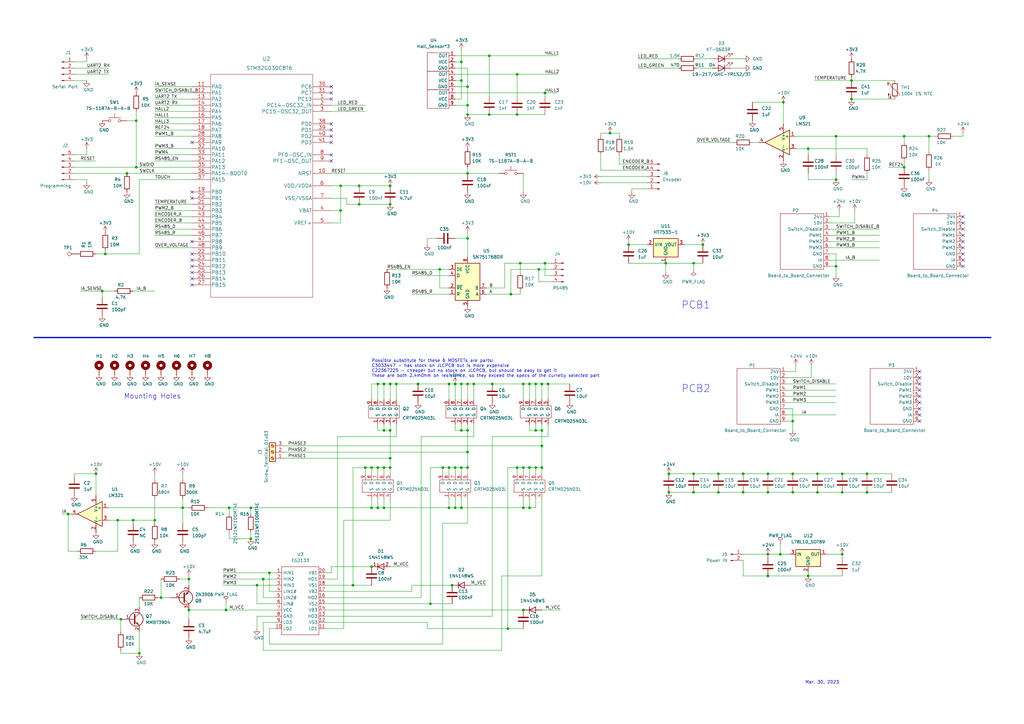
<source format=kicad_sch>
(kicad_sch (version 20230121) (generator eeschema)
  (paper "A3")
  (title_block (title "Servomotor V27") (rev "13/06/2023"))
  (junction (at 214.63 250.19))
  (junction (at 160.02 191.77))
  (junction (at 294.64 194.31))
  (junction (at 212.09 191.77))
  (junction (at 191.77 71.12))
  (junction (at 284.48 194.31))
  (junction (at 189.23 176.53))
  (junction (at 154.94 191.77))
  (junction (at 212.09 46.99))
  (junction (at 189.23 33.02))
  (junction (at 55.88 68.58))
  (junction (at 331.47 236.22))
  (junction (at 189.23 208.28))
  (junction (at 55.88 49.53))
  (junction (at 220.98 110.49))
  (junction (at 102.87 208.28))
  (junction (at 250.19 54.61))
  (junction (at 160.02 187.96))
  (junction (at 92.71 250.19))
  (junction (at 288.29 100.33))
  (junction (at 345.44 201.93))
  (junction (at 209.55 120.65))
  (junction (at 304.8 201.93))
  (junction (at 201.93 157.48))
  (junction (at 147.32 76.2))
  (junction (at 222.25 191.77))
  (junction (at 180.34 110.49))
  (junction (at 139.7 86.36))
  (junction (at 222.25 157.48))
  (junction (at 191.77 46.99))
  (junction (at 191.77 43.18))
  (junction (at 224.79 157.48))
  (junction (at 52.07 71.12))
  (junction (at 222.25 182.88))
  (junction (at 49.53 254))
  (junction (at 162.56 157.48))
  (junction (at 214.63 157.48))
  (junction (at 370.84 55.88))
  (junction (at 102.87 220.98))
  (junction (at 152.4 232.41))
  (junction (at 217.17 191.77))
  (junction (at 191.77 157.48))
  (junction (at 314.96 236.22))
  (junction (at 284.48 201.93))
  (junction (at 54.61 213.36))
  (junction (at 157.48 208.28))
  (junction (at 181.61 191.77))
  (junction (at 157.48 157.48))
  (junction (at 191.77 185.42))
  (junction (at 342.9 73.66))
  (junction (at 105.41 240.03))
  (junction (at 139.7 76.2))
  (junction (at 213.36 107.95))
  (junction (at 43.18 104.14))
  (junction (at 160.02 76.2))
  (junction (at 321.31 41.91))
  (junction (at 152.4 191.77))
  (junction (at 349.25 40.64))
  (junction (at 184.15 208.28))
  (junction (at 189.23 191.77))
  (junction (at 325.12 172.72))
  (junction (at 200.66 22.86))
  (junction (at 200.66 46.99))
  (junction (at 194.31 157.48))
  (junction (at 222.25 176.53))
  (junction (at 77.47 237.49))
  (junction (at 219.71 157.48))
  (junction (at 314.96 227.33))
  (junction (at 184.15 191.77))
  (junction (at 274.32 201.93))
  (junction (at 189.23 157.48))
  (junction (at 39.37 194.31))
  (junction (at 223.52 38.1))
  (junction (at 77.47 250.19))
  (junction (at 41.91 119.38))
  (junction (at 314.96 201.93))
  (junction (at 191.77 35.56))
  (junction (at 144.78 240.03))
  (junction (at 160.02 83.82))
  (junction (at 223.52 107.95))
  (junction (at 342.9 55.88))
  (junction (at 160.02 157.48))
  (junction (at 152.4 208.28))
  (junction (at 185.42 240.03))
  (junction (at 331.47 60.96))
  (junction (at 212.09 30.48))
  (junction (at 314.96 194.31))
  (junction (at 189.23 25.4))
  (junction (at 154.94 157.48))
  (junction (at 63.5 213.36))
  (junction (at 304.8 194.31))
  (junction (at 149.86 191.77))
  (junction (at 355.6 201.93))
  (junction (at 186.69 208.28))
  (junction (at 57.15 267.97))
  (junction (at 355.6 194.31))
  (junction (at 184.15 157.48))
  (junction (at 214.63 191.77))
  (junction (at 294.64 201.93))
  (junction (at 381 55.88))
  (junction (at 157.48 176.53))
  (junction (at 160.02 176.53))
  (junction (at 349.25 33.02))
  (junction (at 110.49 234.95))
  (junction (at 320.04 227.33))
  (junction (at 217.17 157.48))
  (junction (at 191.77 176.53))
  (junction (at 284.48 107.95))
  (junction (at 147.32 83.82))
  (junction (at 191.77 191.77))
  (junction (at 157.48 191.77))
  (junction (at 219.71 191.77))
  (junction (at 208.28 257.81))
  (junction (at 154.94 208.28))
  (junction (at 186.69 157.48))
  (junction (at 345.44 227.33))
  (junction (at 370.84 68.58))
  (junction (at 191.77 97.79))
  (junction (at 345.44 194.31))
  (junction (at 219.71 176.53))
  (junction (at 273.05 107.95))
  (junction (at 335.28 194.31))
  (junction (at 66.04 245.11))
  (junction (at 325.12 194.31))
  (junction (at 186.69 191.77))
  (junction (at 342.9 109.22))
  (junction (at 217.17 208.28))
  (junction (at 274.32 194.31))
  (junction (at 176.53 247.65))
  (junction (at 335.28 201.93))
  (junction (at 48.26 213.36))
  (junction (at 214.63 208.28))
  (junction (at 257.81 100.33))
  (junction (at 74.93 208.28))
  (junction (at 27.94 210.82))
  (junction (at 171.45 157.48))
  (junction (at 325.12 201.93))
  (junction (at 93.98 208.28))
  (junction (at 107.95 237.49))
  (no_connect (at 394.97 101.6))
  (no_connect (at 377.19 170.18))
  (no_connect (at 135.89 38.1))
  (no_connect (at 78.74 104.14))
  (no_connect (at 377.19 162.56))
  (no_connect (at 135.89 55.88))
  (no_connect (at 135.89 58.42))
  (no_connect (at 394.97 106.68))
  (no_connect (at 394.97 104.14))
  (no_connect (at 78.74 58.42))
  (no_connect (at 78.74 114.3))
  (no_connect (at 135.89 35.56))
  (no_connect (at 394.97 88.9))
  (no_connect (at 135.89 66.04))
  (no_connect (at 377.19 172.72))
  (no_connect (at 394.97 91.44))
  (no_connect (at 78.74 78.74))
  (no_connect (at 135.89 50.8))
  (no_connect (at 78.74 111.76))
  (no_connect (at 394.97 99.06))
  (no_connect (at 78.74 106.68))
  (no_connect (at 78.74 81.28))
  (no_connect (at 377.19 167.64))
  (no_connect (at 394.97 109.22))
  (no_connect (at 377.19 165.1))
  (no_connect (at 377.19 154.94))
  (no_connect (at 135.89 40.64))
  (no_connect (at 78.74 116.84))
  (no_connect (at 78.74 109.22))
  (no_connect (at 394.97 96.52))
  (no_connect (at 135.89 63.5))
  (no_connect (at 135.89 53.34))
  (no_connect (at 377.19 152.4))
  (no_connect (at 394.97 93.98))
  (no_connect (at 377.19 160.02))
  (no_connect (at 377.19 157.48))
  (no_connect (at 78.74 99.06))
  (wire (pts (xy 340.36 88.9) (xy 344.17 88.9)))
  (wire (pts (xy 304.8 201.93) (xy 314.96 201.93)))
  (wire (pts (xy 213.36 119.38) (xy 213.36 120.65)))
  (wire (pts (xy 394.97 55.88) (xy 391.16 55.88)))
  (wire (pts (xy 154.94 157.48) (xy 154.94 163.83)))
  (wire (pts (xy 200.66 22.86) (xy 200.66 39.37)))
  (wire (pts (xy 158.75 110.49) (xy 180.34 110.49)))
  (wire (pts (xy 331.47 60.96) (xy 355.6 60.96)))
  (wire (pts (xy 285.75 58.42) (xy 300.99 58.42)))
  (wire (pts (xy 299.72 24.13) (xy 304.8 24.13)))
  (wire (pts (xy 30.48 68.58) (xy 55.88 68.58)))
  (wire (pts (xy 325.12 194.31) (xy 335.28 194.31)))
  (wire (pts (xy 349.25 73.66) (xy 355.6 73.66)))
  (wire (pts (xy 160.02 176.53) (xy 160.02 187.96)))
  (wire (pts (xy 186.69 40.64) (xy 189.23 40.64)))
  (wire (pts (xy 186.69 204.47) (xy 186.69 208.28)))
  (wire (pts (xy 191.77 157.48) (xy 194.31 157.48)))
  (wire (pts (xy 160.02 157.48) (xy 162.56 157.48)))
  (wire (pts (xy 314.96 194.31) (xy 325.12 194.31)))
  (wire (pts (xy 135.89 43.18) (xy 149.86 43.18)))
  (wire (pts (xy 74.93 204.47) (xy 74.93 208.28)))
  (wire (pts (xy 217.17 208.28) (xy 219.71 208.28)))
  (wire (pts (xy 154.94 204.47) (xy 154.94 208.28)))
  (wire (pts (xy 259.08 77.47) (xy 259.08 78.74)))
  (wire (pts (xy 175.26 97.79) (xy 175.26 100.33)))
  (wire (pts (xy 186.69 191.77) (xy 189.23 191.77)))
  (wire (pts (xy 294.64 194.31) (xy 304.8 194.31)))
  (wire (pts (xy 191.77 71.12) (xy 204.47 71.12)))
  (wire (pts (xy 107.95 266.7) (xy 107.95 255.27)))
  (wire (pts (xy 342.9 73.66) (xy 342.9 71.12)))
  (wire (pts (xy 33.02 254) (xy 49.53 254)))
  (wire (pts (xy 133.35 242.57) (xy 168.91 242.57)))
  (wire (pts (xy 74.93 208.28) (xy 74.93 214.63)))
  (wire (pts (xy 205.74 266.7) (xy 107.95 266.7)))
  (wire (pts (xy 189.23 20.32) (xy 189.23 25.4)))
  (wire (pts (xy 138.43 237.49) (xy 133.35 237.49)))
  (wire (pts (xy 222.25 157.48) (xy 224.79 157.48)))
  (wire (pts (xy 194.31 157.48) (xy 201.93 157.48)))
  (wire (pts (xy 345.44 201.93) (xy 355.6 201.93)))
  (wire (pts (xy 199.39 120.65) (xy 209.55 120.65)))
  (wire (pts (xy 30.48 30.48) (xy 44.45 30.48)))
  (wire (pts (xy 107.95 255.27) (xy 113.03 255.27)))
  (wire (pts (xy 52.07 71.12) (xy 78.74 71.12)))
  (wire (pts (xy 254 63.5) (xy 254 67.31)))
  (wire (pts (xy 92.71 250.19) (xy 113.03 250.19)))
  (wire (pts (xy 30.48 63.5) (xy 35.56 63.5)))
  (wire (pts (xy 63.5 48.26) (xy 78.74 48.26)))
  (wire (pts (xy 322.58 160.02) (xy 342.9 160.02)))
  (wire (pts (xy 314.96 227.33) (xy 314.96 228.6)))
  (wire (pts (xy 246.38 54.61) (xy 250.19 54.61)))
  (wire (pts (xy 54.61 213.36) (xy 48.26 213.36)))
  (wire (pts (xy 93.98 208.28) (xy 102.87 208.28)))
  (wire (pts (xy 140.97 213.36) (xy 160.02 213.36)))
  (wire (pts (xy 189.23 173.99) (xy 189.23 176.53)))
  (wire (pts (xy 91.44 237.49) (xy 107.95 237.49)))
  (wire (pts (xy 91.44 240.03) (xy 105.41 240.03)))
  (wire (pts (xy 191.77 46.99) (xy 200.66 46.99)))
  (wire (pts (xy 63.5 43.18) (xy 78.74 43.18)))
  (wire (pts (xy 350.52 91.44) (xy 350.52 86.36)))
  (wire (pts (xy 199.39 118.11) (xy 207.01 118.11)))
  (wire (pts (xy 184.15 204.47) (xy 184.15 208.28)))
  (wire (pts (xy 214.63 157.48) (xy 214.63 163.83)))
  (wire (pts (xy 63.5 101.6) (xy 78.74 101.6)))
  (wire (pts (xy 184.15 157.48) (xy 184.15 163.83)))
  (wire (pts (xy 30.48 195.58) (xy 30.48 194.31)))
  (wire (pts (xy 294.64 201.93) (xy 304.8 201.93)))
  (wire (pts (xy 189.23 40.64) (xy 189.23 33.02)))
  (wire (pts (xy 181.61 194.31) (xy 181.61 191.77)))
  (wire (pts (xy 331.47 60.96) (xy 331.47 63.5)))
  (wire (pts (xy 342.9 104.14) (xy 342.9 109.22)))
  (wire (pts (xy 322.58 165.1) (xy 342.9 165.1)))
  (wire (pts (xy 189.23 208.28) (xy 214.63 208.28)))
  (wire (pts (xy 168.91 240.03) (xy 185.42 240.03)))
  (wire (pts (xy 246.38 69.85) (xy 265.43 69.85)))
  (wire (pts (xy 186.69 157.48) (xy 189.23 157.48)))
  (wire (pts (xy 381 69.85) (xy 381 73.66)))
  (wire (pts (xy 184.15 110.49) (xy 180.34 110.49)))
  (wire (pts (xy 116.84 182.88) (xy 222.25 182.88)))
  (wire (pts (xy 325.12 172.72) (xy 322.58 172.72)))
  (wire (pts (xy 285.75 24.13) (xy 292.1 24.13)))
  (wire (pts (xy 331.47 236.22) (xy 345.44 236.22)))
  (wire (pts (xy 191.77 35.56) (xy 191.77 43.18)))
  (wire (pts (xy 349.25 33.02) (xy 367.03 33.02)))
  (wire (pts (xy 133.35 255.27) (xy 175.26 255.27)))
  (wire (pts (xy 381 55.88) (xy 381 62.23)))
  (wire (pts (xy 92.71 247.015) (xy 92.71 250.19)))
  (wire (pts (xy 320.04 222.885) (xy 320.04 227.33)))
  (wire (pts (xy 54.61 213.36) (xy 54.61 214.63)))
  (wire (pts (xy 171.45 157.48) (xy 184.15 157.48)))
  (wire (pts (xy 299.72 27.94) (xy 304.8 27.94)))
  (wire (pts (xy 162.56 179.07) (xy 162.56 173.99)))
  (wire (pts (xy 152.4 191.77) (xy 152.4 194.31)))
  (wire (pts (xy 152.4 157.48) (xy 154.94 157.48)))
  (wire (pts (xy 335.28 194.31) (xy 345.44 194.31)))
  (wire (pts (xy 93.98 208.28) (xy 93.98 210.82)))
  (wire (pts (xy 135.89 71.12) (xy 191.77 71.12)))
  (wire (pts (xy 254 54.61) (xy 254 55.88)))
  (wire (pts (xy 133.35 257.81) (xy 140.97 257.81)))
  (wire (pts (xy 66.04 245.11) (xy 69.85 245.11)))
  (wire (pts (xy 213.36 107.95) (xy 213.36 111.76)))
  (wire (pts (xy 186.69 38.1) (xy 223.52 38.1)))
  (wire (pts (xy 63.5 40.64) (xy 78.74 40.64)))
  (wire (pts (xy 186.69 35.56) (xy 191.77 35.56)))
  (wire (pts (xy 154.94 191.77) (xy 154.94 194.31)))
  (wire (pts (xy 168.91 120.65) (xy 184.15 120.65)))
  (wire (pts (xy 220.98 110.49) (xy 226.06 110.49)))
  (wire (pts (xy 63.5 204.47) (xy 63.5 213.36)))
  (wire (pts (xy 194.31 179.07) (xy 194.31 173.99)))
  (wire (pts (xy 160.02 213.36) (xy 160.02 204.47)))
  (wire (pts (xy 331.47 71.12) (xy 331.47 73.66)))
  (wire (pts (xy 184.15 157.48) (xy 186.69 157.48)))
  (wire (pts (xy 160.02 191.77) (xy 160.02 194.31)))
  (wire (pts (xy 66.04 237.49) (xy 66.04 245.11)))
  (wire (pts (xy 191.77 97.79) (xy 191.77 105.41)))
  (wire (pts (xy 186.69 173.99) (xy 186.69 176.53)))
  (wire (pts (xy 63.5 88.9) (xy 78.74 88.9)))
  (wire (pts (xy 212.09 30.48) (xy 228.6 30.48)))
  (wire (pts (xy 135.89 86.36) (xy 139.7 86.36)))
  (wire (pts (xy 340.36 96.52) (xy 360.68 96.52)))
  (wire (pts (xy 172.72 179.07) (xy 172.72 245.11)))
  (wire (pts (xy 30.48 25.4) (xy 35.56 25.4)))
  (wire (pts (xy 189.23 33.02) (xy 189.23 25.4)))
  (wire (pts (xy 209.55 110.49) (xy 220.98 110.49)))
  (wire (pts (xy 168.91 242.57) (xy 168.91 240.03)))
  (wire (pts (xy 214.63 157.48) (xy 217.17 157.48)))
  (wire (pts (xy 41.91 119.38) (xy 41.91 121.92)))
  (wire (pts (xy 223.52 38.1) (xy 228.6 38.1)))
  (wire (pts (xy 222.25 250.19) (xy 229.87 250.19)))
  (wire (pts (xy 349.25 40.64) (xy 367.03 40.64)))
  (wire (pts (xy 30.48 33.02) (xy 35.56 33.02)))
  (wire (pts (xy 157.48 157.48) (xy 160.02 157.48)))
  (wire (pts (xy 340.36 91.44) (xy 350.52 91.44)))
  (wire (pts (xy 274.32 194.31) (xy 284.48 194.31)))
  (wire (pts (xy 189.23 191.77) (xy 191.77 191.77)))
  (wire (pts (xy 284.48 107.95) (xy 288.29 107.95)))
  (wire (pts (xy 110.49 264.16) (xy 181.61 264.16)))
  (wire (pts (xy 91.44 234.95) (xy 110.49 234.95)))
  (wire (pts (xy 224.79 157.48) (xy 224.79 163.83)))
  (wire (pts (xy 162.56 157.48) (xy 171.45 157.48)))
  (wire (pts (xy 257.81 99.06) (xy 257.81 100.33)))
  (wire (pts (xy 144.78 240.03) (xy 152.4 240.03)))
  (wire (pts (xy 217.17 157.48) (xy 217.17 163.83)))
  (wire (pts (xy 63.5 96.52) (xy 78.74 96.52)))
  (wire (pts (xy 133.35 240.03) (xy 144.78 240.03)))
  (wire (pts (xy 180.34 118.11) (xy 184.15 118.11)))
  (wire (pts (xy 39.37 104.14) (xy 43.18 104.14)))
  (wire (pts (xy 189.23 157.48) (xy 189.23 163.83)))
  (wire (pts (xy 201.93 179.07) (xy 224.79 179.07)))
  (wire (pts (xy 191.77 95.25) (xy 191.77 97.79)))
  (wire (pts (xy 335.28 201.93) (xy 345.44 201.93)))
  (wire (pts (xy 160.02 163.83) (xy 160.02 157.48)))
  (wire (pts (xy 144.78 191.77) (xy 144.78 240.03)))
  (wire (pts (xy 63.5 66.04) (xy 78.74 66.04)))
  (wire (pts (xy 55.88 49.53) (xy 55.88 68.58)))
  (wire (pts (xy 63.5 55.88) (xy 78.74 55.88)))
  (wire (pts (xy 326.39 55.88) (xy 342.9 55.88)))
  (wire (pts (xy 77.47 250.19) (xy 92.71 250.19)))
  (wire (pts (xy 74.93 208.28) (xy 77.47 208.28)))
  (wire (pts (xy 77.47 236.22) (xy 77.47 237.49)))
  (wire (pts (xy 191.77 68.58) (xy 191.77 71.12)))
  (wire (pts (xy 191.77 27.94) (xy 191.77 35.56)))
  (wire (pts (xy 323.85 227.33) (xy 320.04 227.33)))
  (wire (pts (xy 209.55 120.65) (xy 209.55 110.49)))
  (wire (pts (xy 257.81 100.33) (xy 265.43 100.33)))
  (wire (pts (xy 63.5 91.44) (xy 78.74 91.44)))
  (wire (pts (xy 222.25 191.77) (xy 222.25 194.31)))
  (wire (pts (xy 349.25 31.75) (xy 349.25 33.02)))
  (wire (pts (xy 342.9 63.5) (xy 342.9 55.88)))
  (wire (pts (xy 191.77 185.42) (xy 191.77 191.77)))
  (wire (pts (xy 325.12 167.64) (xy 325.12 172.72)))
  (wire (pts (xy 342.9 109.22) (xy 342.9 113.03)))
  (wire (pts (xy 304.8 194.31) (xy 314.96 194.31)))
  (wire (pts (xy 35.56 73.66) (xy 35.56 74.93)))
  (wire (pts (xy 27.94 226.06) (xy 27.94 210.82)))
  (wire (pts (xy 157.48 157.48) (xy 157.48 163.83)))
  (wire (pts (xy 304.8 227.33) (xy 314.96 227.33)))
  (wire (pts (xy 207.01 107.95) (xy 213.36 107.95)))
  (wire (pts (xy 186.69 33.02) (xy 189.23 33.02)))
  (wire (pts (xy 320.04 227.33) (xy 314.96 227.33)))
  (wire (pts (xy 322.58 154.94) (xy 332.74 154.94)))
  (wire (pts (xy 152.4 208.28) (xy 154.94 208.28)))
  (wire (pts (xy 214.63 208.28) (xy 217.17 208.28)))
  (wire (pts (xy 246.38 72.39) (xy 265.43 72.39)))
  (wire (pts (xy 381 55.88) (xy 383.54 55.88)))
  (wire (pts (xy 142.24 83.82) (xy 147.32 83.82)))
  (wire (pts (xy 44.45 208.28) (xy 74.93 208.28)))
  (wire (pts (xy 107.95 245.11) (xy 107.95 237.49)))
  (wire (pts (xy 186.69 97.79) (xy 191.77 97.79)))
  (wire (pts (xy 194.31 157.48) (xy 194.31 163.83)))
  (wire (pts (xy 217.17 176.53) (xy 219.71 176.53)))
  (wire (pts (xy 57.15 259.08) (xy 57.15 267.97)))
  (wire (pts (xy 191.77 157.48) (xy 191.77 163.83)))
  (wire (pts (xy 138.43 237.49) (xy 138.43 179.07)))
  (wire (pts (xy 322.58 152.4) (xy 326.39 152.4)))
  (wire (pts (xy 186.69 208.28) (xy 189.23 208.28)))
  (wire (pts (xy 250.19 54.61) (xy 254 54.61)))
  (wire (pts (xy 107.95 237.49) (xy 113.03 237.49)))
  (wire (pts (xy 152.4 191.77) (xy 154.94 191.77)))
  (wire (pts (xy 217.17 173.99) (xy 217.17 176.53)))
  (wire (pts (xy 135.89 81.28) (xy 142.24 81.28)))
  (wire (pts (xy 116.84 187.96) (xy 160.02 187.96)))
  (wire (pts (xy 226.06 113.03) (xy 223.52 113.03)))
  (wire (pts (xy 63.5 93.98) (xy 78.74 93.98)))
  (wire (pts (xy 30.48 66.04) (xy 39.37 66.04)))
  (wire (pts (xy 186.69 191.77) (xy 186.69 194.31)))
  (wire (pts (xy 326.39 60.96) (xy 331.47 60.96)))
  (wire (pts (xy 191.77 176.53) (xy 191.77 173.99)))
  (wire (pts (xy 57.15 245.11) (xy 57.15 248.92)))
  (wire (pts (xy 345.44 194.31) (xy 355.6 194.31)))
  (wire (pts (xy 340.36 106.68) (xy 360.68 106.68)))
  (wire (pts (xy 186.69 22.86) (xy 200.66 22.86)))
  (wire (pts (xy 345.44 227.33) (xy 345.44 228.6)))
  (wire (pts (xy 135.89 45.72) (xy 149.86 45.72)))
  (wire (pts (xy 139.7 76.2) (xy 147.32 76.2)))
  (wire (pts (xy 46.99 119.38) (xy 41.91 119.38)))
  (wire (pts (xy 55.88 68.58) (xy 78.74 68.58)))
  (wire (pts (xy 54.61 119.38) (xy 63.5 119.38)))
  (wire (pts (xy 31.75 226.06) (xy 27.94 226.06)))
  (wire (pts (xy 222.25 182.88) (xy 222.25 176.53)))
  (wire (pts (xy 63.5 213.36) (xy 63.5 214.63)))
  (wire (pts (xy 160.02 173.99) (xy 160.02 176.53)))
  (wire (pts (xy 181.61 191.77) (xy 184.15 191.77)))
  (wire (pts (xy 193.04 240.03) (xy 199.39 240.03)))
  (wire (pts (xy 322.58 170.18) (xy 342.9 170.18)))
  (wire (pts (xy 63.5 86.36) (xy 78.74 86.36)))
  (wire (pts (xy 181.61 214.63) (xy 191.77 214.63)))
  (wire (pts (xy 77.47 237.49) (xy 77.47 240.03)))
  (wire (pts (xy 322.58 162.56) (xy 342.9 162.56)))
  (wire (pts (xy 154.94 191.77) (xy 157.48 191.77)))
  (wire (pts (xy 154.94 157.48) (xy 157.48 157.48)))
  (wire (pts (xy 181.61 264.16) (xy 181.61 214.63)))
  (wire (pts (xy 214.63 71.12) (xy 214.63 78.74)))
  (wire (pts (xy 219.71 191.77) (xy 219.71 194.31)))
  (wire (pts (xy 57.15 267.97) (xy 49.53 267.97)))
  (wire (pts (xy 186.69 43.18) (xy 191.77 43.18)))
  (wire (pts (xy 222.25 163.83) (xy 222.25 157.48)))
  (wire (pts (xy 342.9 109.22) (xy 340.36 109.22)))
  (wire (pts (xy 30.48 71.12) (xy 52.07 71.12)))
  (wire (pts (xy 219.71 157.48) (xy 222.25 157.48)))
  (wire (pts (xy 222.25 182.88) (xy 222.25 191.77)))
  (wire (pts (xy 154.94 208.28) (xy 157.48 208.28)))
  (wire (pts (xy 189.23 176.53) (xy 191.77 176.53)))
  (wire (pts (xy 63.5 63.5) (xy 78.74 63.5)))
  (wire (pts (xy 157.48 204.47) (xy 157.48 208.28)))
  (wire (pts (xy 105.41 252.73) (xy 105.41 257.81)))
  (wire (pts (xy 222.25 204.47) (xy 222.25 236.22)))
  (wire (pts (xy 213.36 107.95) (xy 223.52 107.95)))
  (wire (pts (xy 176.53 247.65) (xy 176.53 191.77)))
  (wire (pts (xy 273.05 107.95) (xy 284.48 107.95)))
  (wire (pts (xy 102.87 220.98) (xy 102.87 218.44)))
  (wire (pts (xy 186.69 30.48) (xy 212.09 30.48)))
  (wire (pts (xy 184.15 208.28) (xy 186.69 208.28)))
  (wire (pts (xy 157.48 208.28) (xy 184.15 208.28)))
  (wire (pts (xy 102.87 208.28) (xy 102.87 210.82)))
  (wire (pts (xy 209.55 120.65) (xy 213.36 120.65)))
  (wire (pts (xy 340.36 93.98) (xy 360.68 93.98)))
  (wire (pts (xy 63.5 38.1) (xy 78.74 38.1)))
  (wire (pts (xy 39.37 194.31) (xy 39.37 203.2)))
  (wire (pts (xy 217.17 191.77) (xy 219.71 191.77)))
  (wire (pts (xy 133.35 247.65) (xy 176.53 247.65)))
  (wire (pts (xy 179.07 97.79) (xy 175.26 97.79)))
  (wire (pts (xy 135.89 76.2) (xy 139.7 76.2)))
  (wire (pts (xy 105.41 247.65) (xy 105.41 240.03)))
  (wire (pts (xy 314.96 201.93) (xy 325.12 201.93)))
  (wire (pts (xy 334.01 33.02) (xy 349.25 33.02)))
  (wire (pts (xy 212.09 46.99) (xy 223.52 46.99)))
  (wire (pts (xy 322.58 157.48) (xy 342.9 157.48)))
  (wire (pts (xy 355.6 60.96) (xy 355.6 63.5)))
  (wire (pts (xy 105.41 240.03) (xy 113.03 240.03)))
  (wire (pts (xy 207.01 118.11) (xy 207.01 107.95)))
  (wire (pts (xy 340.36 104.14) (xy 342.9 104.14)))
  (wire (pts (xy 331.47 73.66) (xy 342.9 73.66)))
  (wire (pts (xy 43.18 104.14) (xy 57.15 104.14)))
  (wire (pts (xy 152.4 163.83) (xy 152.4 157.48)))
  (wire (pts (xy 201.93 157.48) (xy 214.63 157.48)))
  (wire (pts (xy 30.48 194.31) (xy 39.37 194.31)))
  (wire (pts (xy 160.02 83.82) (xy 147.32 83.82)))
  (wire (pts (xy 63.5 83.82) (xy 78.74 83.82)))
  (wire (pts (xy 43.18 102.87) (xy 43.18 104.14)))
  (wire (pts (xy 214.63 204.47) (xy 214.63 208.28)))
  (wire (pts (xy 224.79 179.07) (xy 224.79 173.99)))
  (wire (pts (xy 339.09 227.33) (xy 345.44 227.33)))
  (wire (pts (xy 186.69 27.94) (xy 191.77 27.94)))
  (wire (pts (xy 189.23 191.77) (xy 189.23 194.31)))
  (wire (pts (xy 189.23 157.48) (xy 191.77 157.48)))
  (wire (pts (xy 35.56 63.5) (xy 35.56 60.96)))
  (wire (pts (xy 214.63 191.77) (xy 217.17 191.77)))
  (wire (pts (xy 140.97 257.81) (xy 140.97 213.36)))
  (wire (pts (xy 200.66 46.99) (xy 212.09 46.99)))
  (wire (pts (xy 110.49 234.95) (xy 113.03 234.95)))
  (wire (pts (xy 219.71 208.28) (xy 219.71 204.47)))
  (wire (pts (xy 176.53 247.65) (xy 185.42 247.65)))
  (wire (pts (xy 25.4 210.82) (xy 27.94 210.82)))
  (wire (pts (xy 180.34 110.49) (xy 180.34 118.11)))
  (wire (pts (xy 147.32 76.2) (xy 160.02 76.2)))
  (wire (pts (xy 110.49 264.16) (xy 110.49 257.81)))
  (wire (pts (xy 332.74 154.94) (xy 332.74 149.86)))
  (wire (pts (xy 30.48 27.94) (xy 44.45 27.94)))
  (wire (pts (xy 63.5 45.72) (xy 78.74 45.72)))
  (wire (pts (xy 191.77 43.18) (xy 191.77 46.99)))
  (wire (pts (xy 201.93 252.73) (xy 133.35 252.73)))
  (wire (pts (xy 73.66 237.49) (xy 77.47 237.49)))
  (wire (pts (xy 55.88 45.72) (xy 55.88 49.53)))
  (wire (pts (xy 113.03 245.11) (xy 107.95 245.11)))
  (wire (pts (xy 48.26 213.36) (xy 48.26 226.06)))
  (wire (pts (xy 162.56 157.48) (xy 162.56 163.83)))
  (wire (pts (xy 63.5 50.8) (xy 78.74 50.8)))
  (wire (pts (xy 308.61 58.42) (xy 311.15 58.42)))
  (wire (pts (xy 308.61 41.91) (xy 321.31 41.91)))
  (wire (pts (xy 154.94 176.53) (xy 157.48 176.53)))
  (wire (pts (xy 138.43 179.07) (xy 162.56 179.07)))
  (wire (pts (xy 254 67.31) (xy 265.43 67.31)))
  (wire (pts (xy 265.43 77.47) (xy 259.08 77.47)))
  (wire (pts (xy 63.5 60.96) (xy 78.74 60.96)))
  (wire (pts (xy 217.17 157.48) (xy 219.71 157.48)))
  (wire (pts (xy 93.98 220.98) (xy 102.87 220.98)))
  (wire (pts (xy 57.15 73.66) (xy 57.15 104.14)))
  (wire (pts (xy 113.03 252.73) (xy 105.41 252.73)))
  (wire (pts (xy 208.28 257.81) (xy 175.26 257.81)))
  (wire (pts (xy 284.48 107.95) (xy 284.48 110.49)))
  (wire (pts (xy 208.28 191.77) (xy 212.09 191.77)))
  (wire (pts (xy 49.53 267.97) (xy 49.53 266.7)))
  (wire (pts (xy 201.93 179.07) (xy 201.93 252.73)))
  (wire (pts (xy 342.9 55.88) (xy 370.84 55.88)))
  (wire (pts (xy 139.7 91.44) (xy 135.89 91.44)))
  (wire (pts (xy 284.48 201.93) (xy 294.64 201.93)))
  (wire (pts (xy 214.63 191.77) (xy 214.63 194.31)))
  (wire (pts (xy 217.17 204.47) (xy 217.17 208.28)))
  (wire (pts (xy 304.8 229.87) (xy 304.8 236.22)))
  (wire (pts (xy 184.15 191.77) (xy 186.69 191.77)))
  (wire (pts (xy 355.6 71.12) (xy 355.6 73.66)))
  (wire (pts (xy 394.97 54.61) (xy 394.97 55.88)))
  (wire (pts (xy 222.25 176.53) (xy 222.25 173.99)))
  (wire (pts (xy 223.52 113.03) (xy 223.52 107.95)))
  (wire (pts (xy 63.5 53.34) (xy 78.74 53.34)))
  (wire (pts (xy 246.38 63.5) (xy 246.38 69.85)))
  (wire (pts (xy 304.8 236.22) (xy 314.96 236.22)))
  (wire (pts (xy 274.32 201.93) (xy 284.48 201.93)))
  (wire (pts (xy 57.15 73.66) (xy 78.74 73.66)))
  (wire (pts (xy 340.36 101.6) (xy 360.68 101.6)))
  (wire (pts (xy 63.5 35.56) (xy 78.74 35.56)))
  (wire (pts (xy 160.02 232.41) (xy 167.64 232.41)))
  (wire (pts (xy 102.87 208.28) (xy 152.4 208.28)))
  (wire (pts (xy 30.48 73.66) (xy 35.56 73.66)))
  (wire (pts (xy 44.45 213.36) (xy 48.26 213.36)))
  (wire (pts (xy 331.47 234.95) (xy 331.47 236.22)))
  (wire (pts (xy 261.62 27.94) (xy 278.13 27.94)))
  (wire (pts (xy 200.66 22.86) (xy 228.6 22.86)))
  (wire (pts (xy 74.93 194.31) (xy 74.93 196.85)))
  (wire (pts (xy 63.5 213.36) (xy 54.61 213.36)))
  (polyline (pts (xy 13.97 138.43) (xy 406.4 138.43)) (stroke (width 0.5)))
  (wire (pts (xy 325.12 172.72) (xy 325.12 176.53)))
  (wire (pts (xy 175.26 257.81) (xy 175.26 255.27)))
  (wire (pts (xy 64.77 245.11) (xy 66.04 245.11)))
  (wire (pts (xy 35.56 25.4) (xy 35.56 24.13)))
  (wire (pts (xy 219.71 191.77) (xy 222.25 191.77)))
  (wire (pts (xy 370.84 55.88) (xy 381 55.88)))
  (wire (pts (xy 246.38 74.93) (xy 265.43 74.93)))
  (wire (pts (xy 189.23 204.47) (xy 189.23 208.28)))
  (wire (pts (xy 110.49 257.81) (xy 113.03 257.81)))
  (wire (pts (xy 226.06 115.57) (xy 220.98 115.57)))
  (wire (pts (xy 184.15 191.77) (xy 184.15 194.31)))
  (wire (pts (xy 214.63 257.81) (xy 208.28 257.81)))
  (wire (pts (xy 157.48 191.77) (xy 160.02 191.77)))
  (wire (pts (xy 280.67 100.33) (xy 288.29 100.33)))
  (wire (pts (xy 149.86 191.77) (xy 152.4 191.77)))
  (wire (pts (xy 223.52 107.95) (xy 226.06 107.95)))
  (wire (pts (xy 176.53 191.77) (xy 181.61 191.77)))
  (wire (pts (xy 157.48 191.77) (xy 157.48 194.31)))
  (wire (pts (xy 370.84 55.88) (xy 370.84 58.42)))
  (wire (pts (xy 154.94 173.99) (xy 154.94 176.53)))
  (wire (pts (xy 116.84 185.42) (xy 191.77 185.42)))
  (wire (pts (xy 191.77 191.77) (xy 191.77 194.31)))
  (wire (pts (xy 223.52 38.1) (xy 223.52 39.37)))
  (wire (pts (xy 113.03 247.65) (xy 105.41 247.65)))
  (wire (pts (xy 27.94 210.82) (xy 29.21 210.82)))
  (wire (pts (xy 191.77 185.42) (xy 191.77 176.53)))
  (wire (pts (xy 344.17 88.9) (xy 344.17 86.36)))
  (wire (pts (xy 212.09 194.31) (xy 212.09 191.77)))
  (wire (pts (xy 321.31 41.91) (xy 321.31 50.8)))
  (wire (pts (xy 224.79 157.48) (xy 233.68 157.48)))
  (wire (pts (xy 144.78 191.77) (xy 149.86 191.77)))
  (wire (pts (xy 110.49 242.57) (xy 110.49 234.95)))
  (wire (pts (xy 133.35 234.95) (xy 135.89 234.95)))
  (wire (pts (xy 135.89 232.41) (xy 152.4 232.41)))
  (wire (pts (xy 212.09 191.77) (xy 214.63 191.77)))
  (wire (pts (xy 63.5 194.31) (xy 63.5 196.85)))
  (wire (pts (xy 340.36 99.06) (xy 360.68 99.06)))
  (wire (pts (xy 314.96 236.22) (xy 331.47 236.22)))
  (wire (pts (xy 186.69 157.48) (xy 186.69 163.83)))
  (wire (pts (xy 219.71 173.99) (xy 219.71 176.53)))
  (wire (pts (xy 355.6 201.93) (xy 365.76 201.93)))
  (wire (pts (xy 205.74 236.22) (xy 205.74 266.7)))
  (wire (pts (xy 208.28 257.81) (xy 208.28 191.77)))
  (wire (pts (xy 219.71 176.53) (xy 222.25 176.53)))
  (wire (pts (xy 160.02 187.96) (xy 160.02 191.77)))
  (wire (pts (xy 157.48 173.99) (xy 157.48 176.53)))
  (wire (pts (xy 285.75 27.94) (xy 292.1 27.94)))
  (wire (pts (xy 157.48 176.53) (xy 160.02 176.53)))
  (wire (pts (xy 219.71 157.48) (xy 219.71 163.83)))
  (wire (pts (xy 194.31 179.07) (xy 172.72 179.07)))
  (wire (pts (xy 139.7 86.36) (xy 139.7 91.44)))
  (wire (pts (xy 217.17 191.77) (xy 217.17 194.31)))
  (wire (pts (xy 370.84 66.04) (xy 370.84 68.58)))
  (wire (pts (xy 77.47 250.19) (xy 77.47 254)))
  (wire (pts (xy 149.86 194.31) (xy 149.86 191.77)))
  (wire (pts (xy 322.58 167.64) (xy 325.12 167.64)))
  (wire (pts (xy 220.98 115.57) (xy 220.98 110.49)))
  (wire (pts (xy 191.77 214.63) (xy 191.77 204.47)))
  (wire (pts (xy 325.12 201.93) (xy 335.28 201.93)))
  (wire (pts (xy 172.72 245.11) (xy 133.35 245.11)))
  (wire (pts (xy 257.81 107.95) (xy 273.05 107.95)))
  (wire (pts (xy 364.49 68.58) (xy 370.84 68.58)))
  (wire (pts (xy 355.6 194.31) (xy 365.76 194.31)))
  (wire (pts (xy 139.7 76.2) (xy 139.7 86.36)))
  (wire (pts (xy 113.03 242.57) (xy 110.49 242.57)))
  (wire (pts (xy 33.02 119.38) (xy 41.91 119.38)))
  (wire (pts (xy 133.35 250.19) (xy 214.63 250.19)))
  (wire (pts (xy 135.89 234.95) (xy 135.89 232.41)))
  (wire (pts (xy 212.09 30.48) (xy 212.09 39.37)))
  (wire (pts (xy 246.38 55.88) (xy 246.38 54.61)))
  (wire (pts (xy 186.69 25.4) (xy 189.23 25.4)))
  (wire (pts (xy 85.09 208.28) (xy 93.98 208.28)))
  (wire (pts (xy 93.98 218.44) (xy 93.98 220.98)))
  (wire (pts (xy 326.39 152.4) (xy 326.39 149.86)))
  (wire (pts (xy 222.25 236.22) (xy 205.74 236.22)))
  (wire (pts (xy 49.53 254) (xy 49.53 259.08)))
  (wire (pts (xy 142.24 81.28) (xy 142.24 83.82)))
  (wire (pts (xy 186.69 176.53) (xy 189.23 176.53)))
  (wire (pts (xy 284.48 194.31) (xy 294.64 194.31)))
  (wire (pts (xy 52.07 49.53) (xy 55.88 49.53)))
  (wire (pts (xy 48.26 226.06) (xy 39.37 226.06)))
  (wire (pts (xy 261.62 24.13) (xy 278.13 24.13)))
  (wire (pts (xy 273.05 111.76) (xy 273.05 107.95)))
  (wire (pts (xy 168.91 113.03) (xy 184.15 113.03)))
  (wire (pts (xy 152.4 204.47) (xy 152.4 208.28)))
  (text "Possible substitute for these 6 MOSFETs are parts:\nC3033447 - has stock on JLCPCB but is more expensive\nC22367225 - cheaper but no stock on JLCPCB, but should be easy to get it\nThese are both 2.4mOhm on resistance, so they exceed the specs of the curretly selected part" (at 152.4 154.94 0) (effects (font (size 1.27 1.27)) (justify left bottom)))
  (text "Mar. 30, 2023" (at 330.2 280.67 0) (effects (font (size 1.27 1.27)) (justify left bottom)))
  (text "PCB1" (at 279.4 127 0) (effects (font (size 3 3)) (justify left bottom)))
  (text "Mounting Holes" (at 50.8 163.83 0) (effects (font (size 2 2)) (justify left bottom)))
  (text "PCB2\n" (at 279.4 161.29 0) (effects (font (size 3 3)) (justify left bottom)))
  (label "RESET" (at 33.02 66.04 0))
  (label "PWM3_B" (at 342.9 101.6 0))
  (label "ENCODER_B" (at 255.27 67.31 0))
  (label "PHASE1" (at 118.11 187.96 0))
  (label "PWM3_B" (at 63.5 60.96 0))
  (label "SWCLK" (at 57.15 71.12 0))
  (label "RS485_R" (at 63.5 96.52 0))
  (label "HALL2" (at 223.52 30.48 0))
  (label "SWITCH_DISABLE_B" (at 342.9 93.98 0))
  (label "LED_RED" (at 138.43 43.18 0))
  (label "REF24" (at 364.49 68.58 0))
  (label "RESET" (at 135.89 71.12 0))
  (label "PWM1" (at 91.44 234.95 0))
  (label "M_VCC" (at 167.64 232.41 180))
  (label "ENCODER_A" (at 63.5 88.9 0))
  (label "M_VCC" (at 229.87 250.19 180))
  (label "UART2 RX" (at 63.5 43.18 0))
  (label "PWM2" (at 91.44 237.49 0))
  (label "PHASE3" (at 118.11 182.88 0))
  (label "PWM4" (at 349.25 73.66 0))
  (label "REF24" (at 63.5 53.34 0))
  (label "UART2 RX" (at 35.56 27.94 0))
  (label "M_VCC" (at 93.98 250.19 0))
  (label "IA_SENSE" (at 63.5 35.56 0))
  (label "B" (at 200.66 118.11 0))
  (label "RS485_EN" (at 63.5 66.04 0))
  (label "ENCODER_A" (at 255.27 69.85 0))
  (label "PWM1_B" (at 63.5 55.88 0))
  (label "RS485_R" (at 168.91 120.65 0))
  (label "HALL3" (at 63.5 50.8 0))
  (label "HALL1" (at 63.5 48.26 0))
  (label "LED_GREEN" (at 138.43 45.72 0))
  (label "IA_B" (at 55.88 119.38 0))
  (label "PWM1" (at 325.12 160.02 0))
  (label "SWITCH_DISABLE_B" (at 63.5 38.1 0))
  (label "IA" (at 328.93 170.18 0))
  (label "IA_SENSE" (at 33.02 119.38 0))
  (label "PWM2_B" (at 342.9 99.06 0))
  (label "TEMPERATURE" (at 63.5 83.82 0))
  (label "OVER_VOLTAGE" (at 285.75 58.42 0))
  (label "PWM1_B" (at 342.9 96.52 0))
  (label "LED_RED" (at 261.62 24.13 0))
  (label "PWM3" (at 325.12 165.1 0))
  (label "LED_GREEN" (at 261.62 27.94 0))
  (label "M_VCC" (at 199.39 240.03 180))
  (label "RS485_D" (at 63.5 93.98 0))
  (label "PHASE2" (at 118.11 185.42 0))
  (label "UART2 TX" (at 63.5 40.64 0))
  (label "TOUCH" (at 63.5 73.66 0))
  (label "SWDIO" (at 57.15 68.58 0))
  (label "SWITCH_DISABLE" (at 33.02 254 0))
  (label "OVER_VOLTAGE" (at 63.5 101.6 0))
  (label "PWM4" (at 63.5 63.5 0))
  (label "IA_B" (at 346.71 106.68 0))
  (label "IA" (at 25.4 210.82 0))
  (label "UART2 TX" (at 35.56 30.48 0))
  (label "TEMPERATURE" (at 334.01 33.02 0))
  (label "A" (at 200.66 120.65 0))
  (label "SWITCH_DISABLE" (at 325.12 157.48 0))
  (label "RS485_D" (at 168.91 113.03 0))
  (label "PWM2_B" (at 63.5 86.36 0))
  (label "RS485_EN" (at 158.75 110.49 0))
  (label "HALL2" (at 63.5 45.72 0))
  (label "ENCODER_B" (at 63.5 91.44 0))
  (label "HALL3" (at 223.52 38.1 0))
  (label "PWM3" (at 91.44 240.03 0))
  (label "PWM2" (at 325.12 162.56 0))
  (label "HALL1" (at 223.52 22.86 0))
  (symbol (lib_id "Switch:SW_Push") (at 46.99 49.53 0) (unit 1)
    (property "Reference" "SW1" (at 46.99 41.91 0))
    (property "Value" "TS-1187A-B-A-B" (at 44.45 44.45 0))
    (property "Footprint" "Button_Switch_SMD:SW_SPST_TL3342" (effects hide))
    (property "Description" " SPST SMD Tactile Switches" (effects hide))
    (property "LCSC" "C318884" (effects hide))
    (property "MN" "XKB Connectivity" (effects hide))
    (property "MPN" "TS-1187A-B-A-B" (effects hide))
  )
  (symbol (lib_id "power:GND") (at 233.68 165.1 0) (unit 1)
    (property "Reference" "#PWR041" (effects hide))
    (property "Value" "GND" (at 232.41 168.91 0) (effects (justify left)))
  )
  (symbol (lib_id "Connector:Conn_01x04_Male") (at 231.14 110.49 0) (mirror y) (unit 1)
    (property "Reference" "J4" (at 228.6 104.14 0))
    (property "Value" "RS485" (at 229.87 118.11 0))
    (property "Footprint" "Connector_PinHeader_2.54mm:PinHeader_1x04_P2.54mm_Vertical" (effects hide))
    (property "Description" "2.54mm Plugin Black 1x4P Plugin" (effects hide))
    (property "LCSC" "C2691448" (effects hide))
    (property "MN" "XFCN" (effects hide))
    (property "MPN" "PZ254V-11-04P" (effects hide))
  )
  (symbol (lib_id "power:PWR_FLAG") (at 320.04 222.885 0) (unit 1)
    (property "Reference" "#FLG02" (effects hide))
    (property "Value" "PWR_FLAG" (at 320.04 219.71 0))
  )
  (symbol (lib_id "power:GND") (at 349.25 40.64 0) (unit 1)
    (property "Reference" "#PWR071" (effects hide))
    (property "Value" "GND" (at 347.98 44.45 0) (effects (justify left)))
  )
  (symbol (lib_id "power:GND") (at 105.41 257.81 0) (unit 1)
    (property "Reference" "#PWR014" (effects hide))
    (property "Value" "GND" (at 104.14 261.62 0) (effects (justify left)))
  )
  (symbol (lib_id "power:GND") (at 191.77 46.99 0) (unit 1)
    (property "Reference" "#PWR029" (effects hide))
    (property "Value" "GND" (at 190.5 50.8 0) (effects (justify left)))
  )
  (symbol (lib_id "power:+3.3V") (at 189.23 20.32 0) (unit 1)
    (property "Reference" "#PWR028" (effects hide))
    (property "Value" "+3.3V" (at 189.23 16.51 0))
  )
  (symbol (lib_id "Device:R") (at 69.85 237.49 90) (unit 1)
    (property "Reference" "R23" (at 69.85 234.95 90))
    (property "Value" "10K" (at 69.85 240.03 90))
    (property "Footprint" "Resistor_SMD:R_0603_1608Metric" (effects hide))
    (property "Description" "100mW Thick Film Resistors ±100ppm/℃ ±1% 10kΩ 0603  Chip Resistor - Surface Mount ROHS" (effects hide))
    (property "LCSC" "C25804" (effects hide))
    (property "MN" "UNI-ROYAL(Uniroyal Elec)" (effects hide))
    (property "MPN" "0603WAF1002T5E" (effects hide))
  )
  (symbol (lib_id "servo_motor:Board_to_Board_Connector") (at 337.82 95.25 0) (unit 1)
    (property "Reference" "P2" (at 327.66 86.36 0) (effects (justify right)))
    (property "Value" "Board_to_Board_Connector" (at 340.36 113.03 0) (effects (justify right)))
    (property "Footprint" "servo_motor:board_to_board_female" (effects hide))
    (property "Description" "Board_to_Board_Connector" (effects hide))
  )
  (symbol (lib_id "power:+3.3V") (at 191.77 95.25 0) (unit 1)
    (property "Reference" "#PWR033" (effects hide))
    (property "Value" "+3.3V" (at 191.77 91.44 0))
  )
  (symbol (lib_id "Device:C") (at 191.77 74.93 0) (unit 1)
    (property "Reference" "C18" (at 195.58 73.6599 0) (effects (justify left)))
    (property "Value" "100nF" (at 195.58 76.1999 0) (effects (justify left)))
    (property "Footprint" "Capacitor_SMD:C_0603_1608Metric" (effects hide))
    (property "Description" "50V 100nF X7R ±10% 0603  Multilayer Ceramic Capacitors MLCC - SMD/SMT ROHS" (effects hide))
    (property "LCSC" "C14663" (effects hide))
    (property "MN" "YAGEO" (effects hide))
    (property "MPN" "CC0603KRX7R9BB104" (effects hide))
  )
  (symbol (lib_id "Mechanical:MountingHole_Pad") (at 40.64 151.13 0) (unit 1)
    (property "Reference" "H1" (at 39.37 146.05 0) (effects (justify left)))
    (property "Value" "MountingHole_Pad" (effects hide))
    (property "Footprint" "servo_motor:Mounting Hole 3.5mm" (effects hide))
    (property "Description" "MountingHole_Pad" (effects hide))
  )
  (symbol (lib_id "Mechanical:MountingHole_Pad") (at 46.99 151.13 0) (unit 1)
    (property "Reference" "H2" (at 45.72 146.05 0) (effects (justify left)))
    (property "Value" "MountingHole_Pad" (effects hide))
    (property "Footprint" "servo_motor:Mounting Hole 3.5mm" (effects hide))
    (property "Description" "MountingHole_Pad" (effects hide))
  )
  (symbol (lib_id "Device:R") (at 81.28 208.28 270) (unit 1)
    (property "Reference" "R10" (at 80.01 205.74 90))
    (property "Value" "10K" (at 80.01 210.82 90))
    (property "Footprint" "Resistor_SMD:R_0603_1608Metric" (effects hide))
    (property "Description" "100mW Thick Film Resistors ±100ppm/℃ ±1% 10kΩ 0603  Chip Resistor - Surface Mount ROHS" (effects hide))
    (property "LCSC" "C25804" (effects hide))
    (property "MN" "UNI-ROYAL(Uniroyal Elec)" (effects hide))
    (property "MPN" "0603WAF1002T5E" (effects hide))
  )
  (symbol (lib_id "servo_motor:CRTM025N03L") (at 186.69 199.39 90) (unit 1)
    (property "Reference" "Q3" (at 194.31 198.1199 90) (effects (justify right)))
    (property "Value" "CRTM025N03L" (at 194.31 200.6599 90) (effects (justify right)))
    (property "Footprint" "servo_motor:CRTM025N03L" (effects hide))
    (property "Description" "30V 98A 2.5mΩ@10V,50A 2.5W N Channel DFN-8-EP(6x5)" (effects hide))
    (property "LCSC" "C467170" (effects hide))
    (property "MN" "CRMICRO" (effects hide))
    (property "MPN" "CRTM025N03L" (effects hide))
  )
  (symbol (lib_id "power:+3.3V") (at 288.29 100.33 0) (unit 1)
    (property "Reference" "#PWR060" (effects hide))
    (property "Value" "+3.3V" (at 288.29 96.52 0))
  )
  (symbol (lib_id "power:+10V") (at 39.37 194.31 0) (unit 1)
    (property "Reference" "#PWR011" (effects hide))
    (property "Value" "+10V" (at 39.37 190.5 0))
  )
  (symbol (lib_id "Device:C") (at 185.42 243.84 0) (unit 1)
    (property "Reference" "C13" (at 187.96 242.57 0) (effects (justify left)))
    (property "Value" "100nF" (at 187.96 245.11 0) (effects (justify left)))
    (property "Footprint" "Capacitor_SMD:C_0603_1608Metric" (effects hide))
    (property "Description" "50V 100nF X7R ±10% 0603  Multilayer Ceramic Capacitors MLCC - SMD/SMT ROHS" (effects hide))
    (property "LCSC" "C14663" (effects hide))
    (property "MN" "YAGEO" (effects hide))
    (property "MPN" "CC0603KRX7R9BB104" (effects hide))
  )
  (symbol (lib_id "Mechanical:MountingHole_Pad") (at 72.39 151.13 0) (unit 1)
    (property "Reference" "H6" (at 71.12 146.05 0) (effects (justify left)))
    (property "Value" "MountingHole_Pad" (effects hide))
    (property "Footprint" "servo_motor:Mounting Hole 3.5mm" (effects hide))
    (property "Description" "MountingHole_Pad" (effects hide))
  )
  (symbol (lib_id "power:GND") (at 304.8 24.13 90) (unit 1)
    (property "Reference" "#PWR030" (effects hide))
    (property "Value" "GND" (at 308.61 24.1299 90) (effects (justify right)))
  )
  (symbol (lib_id "power:GND") (at 160.02 83.82 0) (unit 1)
    (property "Reference" "#PWR026" (effects hide))
    (property "Value" "GND" (at 158.75 87.63 0) (effects (justify left)))
  )
  (symbol (lib_id "power:GND") (at 259.08 78.74 0) (unit 1)
    (property "Reference" "#PWR046" (effects hide))
    (property "Value" "GND" (at 257.81 82.55 0) (effects (justify left)))
  )
  (symbol (lib_id "Diode:1N4148WS") (at 218.44 250.19 0) (unit 1)
    (property "Reference" "D5" (at 218.44 243.84 0))
    (property "Value" "1N4148WS" (at 218.44 246.38 0))
    (property "Footprint" "Diode_SMD:D_SOD-323" (effects hide))
    (property "Datasheet" "https://www.vishay.com/docs/85751/1n4148ws.pdf" (effects hide))
    (property "Description" "100V 200mW Single 1.25V@150mA 4ns 150mA SOD-323  Switching Diode ROHS" (effects hide))
    (property "LCSC" "C2128" (effects hide))
    (property "MN" "Jiangsu Changjing Electronics Technology Co., Ltd." (effects hide))
    (property "MPN" "1N4148WS" (effects hide))
  )
  (symbol (lib_id "power:GND") (at 57.15 267.97 0) (unit 1)
    (property "Reference" "#PWR013" (effects hide))
    (property "Value" "GND" (at 55.88 271.78 0) (effects (justify left)))
  )
  (symbol (lib_id "power:GND") (at 41.91 129.54 0) (unit 1)
    (property "Reference" "#PWR01" (effects hide))
    (property "Value" "GND" (at 40.64 133.35 0) (effects (justify left)))
  )
  (symbol (lib_id "Mechanical:MountingHole_Pad") (at 78.74 151.13 0) (unit 1)
    (property "Reference" "H7" (at 77.47 146.05 0) (effects (justify left)))
    (property "Value" "MountingHole_Pad" (effects hide))
    (property "Footprint" "servo_motor:Mounting Hole 3.5mm" (effects hide))
    (property "Description" "MountingHole_Pad" (effects hide))
  )
  (symbol (lib_id "Device:C") (at 335.28 198.12 0) (unit 1)
    (property "Reference" "C27" (at 337.82 196.85 0) (effects (justify left)))
    (property "Value" "10uF" (at 337.82 199.39 0) (effects (justify left)))
    (property "Footprint" "Capacitor_SMD:C_0805_2012Metric" (effects hide))
    (property "Description" "50V 10uF X5R ±10% 0805  Multilayer Ceramic Capacitors MLCC - SMD/SMT ROHS" (effects hide))
    (property "LCSC" "C440198" (effects hide))
    (property "MN" "Murata Electronics" (effects hide))
    (property "MPN" "GRM21BR61H106KE43L" (effects hide))
  )
  (symbol (lib_id "power:+3.3V") (at 191.77 60.96 0) (unit 1)
    (property "Reference" "#PWR035" (effects hide))
    (property "Value" "+3.3V" (at 191.77 57.15 0))
  )
  (symbol (lib_id "Device:R") (at 60.96 245.11 90) (unit 1)
    (property "Reference" "R22" (at 60.96 242.57 90))
    (property "Value" "10K" (at 60.96 247.65 90))
    (property "Footprint" "Resistor_SMD:R_0603_1608Metric" (effects hide))
    (property "Description" "100mW Thick Film Resistors ±100ppm/℃ ±1% 10kΩ 0603  Chip Resistor - Surface Mount ROHS" (effects hide))
    (property "LCSC" "C25804" (effects hide))
    (property "MN" "UNI-ROYAL(Uniroyal Elec)" (effects hide))
    (property "MPN" "0603WAF1002T5E" (effects hide))
  )
  (symbol (lib_id "power:GND") (at 331.47 236.22 0) (unit 1)
    (property "Reference" "#PWR055" (effects hide))
    (property "Value" "GND" (at 330.2 240.03 0) (effects (justify left)))
  )
  (symbol (lib_id "Device:C") (at 201.93 161.29 0) (unit 1)
    (property "Reference" "C6" (at 204.47 160.02 0) (effects (justify left)))
    (property "Value" "10uF" (at 204.47 162.56 0) (effects (justify left)))
    (property "Footprint" "Capacitor_SMD:C_0805_2012Metric" (effects hide))
    (property "Description" "50V 10uF X5R ±10% 0805  Multilayer Ceramic Capacitors MLCC - SMD/SMT ROHS" (effects hide))
    (property "LCSC" "C440198" (effects hide))
    (property "MN" "Murata Electronics" (effects hide))
    (property "MPN" "GRM21BR61H106KE43L" (effects hide))
  )
  (symbol (lib_id "Device:C") (at 74.93 218.44 0) (unit 1)
    (property "Reference" "C5" (at 78.74 217.1699 0) (effects (justify left)))
    (property "Value" "100pF" (at 78.74 219.7099 0) (effects (justify left)))
    (property "Footprint" "Capacitor_SMD:C_0603_1608Metric" (effects hide))
    (property "Description" "50V 100pF C0G ±5% 0603  Multilayer Ceramic Capacitors MLCC - SMD/SMT ROHS" (effects hide))
    (property "LCSC" "C14858" (effects hide))
    (property "MN" "Samsung Electro-Mechanics" (effects hide))
    (property "MPN" "CL10C101JB8NNNC" (effects hide))
  )
  (symbol (lib_id "power:GND") (at 52.07 78.74 0) (unit 1)
    (property "Reference" "#PWR09" (effects hide))
    (property "Value" "GND" (at 50.8 82.55 0) (effects (justify left)))
  )
  (symbol (lib_name "1N4148WS_1") (lib_id "Diode:1N4148WS") (at 156.21 232.41 0) (unit 1)
    (property "Reference" "D1" (at 156.21 226.06 0))
    (property "Value" "1N4148WS" (at 156.21 228.6 0))
    (property "Footprint" "Diode_SMD:D_SOD-323" (effects hide))
    (property "Datasheet" "https://www.vishay.com/docs/85751/1n4148ws.pdf" (effects hide))
    (property "Description" "100V 200mW Single 1.25V@150mA 4ns 150mA SOD-323  Switching Diode ROHS" (effects hide))
    (property "LCSC" "C2128" (effects hide))
    (property "MN" "Jiangsu Changjing Electronics Technology Co., Ltd." (effects hide))
    (property "MPN" "1N4148WS" (effects hide))
  )
  (symbol (lib_id "power:GND") (at 342.9 73.66 0) (unit 1)
    (property "Reference" "#PWR058" (effects hide))
    (property "Value" "GND" (at 341.63 77.47 0) (effects (justify left)))
  )
  (symbol (lib_id "servo_motor:CRTM025N03L") (at 154.94 199.39 90) (unit 1)
    (property "Reference" "Q1" (at 162.56 198.1199 90) (effects (justify right)))
    (property "Value" "CRTM025N03L" (at 162.56 200.6599 90) (effects (justify right)))
    (property "Footprint" "servo_motor:CRTM025N03L" (effects hide))
    (property "Description" "30V 98A 2.5mΩ@10V,50A 2.5W N Channel DFN-8-EP(6x5)" (effects hide))
    (property "LCSC" "C467170" (effects hide))
    (property "MN" "CRMICRO" (effects hide))
    (property "MPN" "CRTM025N03L" (effects hide))
  )
  (symbol (lib_id "power:GND") (at 53.34 153.67 0) (unit 1)
    (property "Reference" "#PWR067" (effects hide))
    (property "Value" "GND" (at 52.07 157.48 0) (effects (justify left)))
  )
  (symbol (lib_id "Diode:1N4148WS") (at 189.23 240.03 0) (unit 1)
    (property "Reference" "D2" (at 189.23 233.68 0))
    (property "Value" "1N4148WS" (at 189.23 236.22 0))
    (property "Footprint" "Diode_SMD:D_SOD-323" (effects hide))
    (property "Datasheet" "https://www.vishay.com/docs/85751/1n4148ws.pdf" (effects hide))
    (property "Description" "100V 200mW Single 1.25V@150mA 4ns 150mA SOD-323  Switching Diode ROHS" (effects hide))
    (property "LCSC" "C2128" (effects hide))
    (property "MN" "Jiangsu Changjing Electronics Technology Co., Ltd." (effects hide))
    (property "MPN" "1N4148WS" (effects hide))
  )
  (symbol (lib_id "power:GND") (at 308.61 49.53 0) (unit 1)
    (property "Reference" "#PWR044" (effects hide))
    (property "Value" "GND" (at 307.34 53.34 0) (effects (justify left)))
  )
  (symbol (lib_id "power:+24V") (at 314.96 227.33 0) (unit 1)
    (property "Reference" "#PWR047" (effects hide))
    (property "Value" "+24V" (at 314.96 223.52 0))
  )
  (symbol (lib_name "L78L10_SOT89_1") (lib_id "Regulator_Linear:L78L10_SOT89") (at 331.47 227.33 0) (unit 1)
    (property "Reference" "U12" (at 331.47 219.71 0))
    (property "Value" "L78L10_SOT89" (at 331.47 222.25 0))
    (property "Footprint" "Package_TO_SOT_SMD:SOT-89-3" (effects hide))
    (property "Datasheet" "http://www.st.com/content/ccc/resource/technical/document/datasheet/15/55/e5/aa/23/5b/43/fd/CD00000446.pdf/files/CD00000446.pdf/jcr:content/translations/en.CD00000446.pdf" (effects hide))
    (property "LCSC" "C122848" (effects hide))
    (property "Description" " Fixed 10V~10V Positive 35V " (effects hide))
    (property "MN" "Shikues" (effects hide))
    (property "MPN" "78L10" (effects hide))
  )
  (symbol (lib_id "power:GND") (at 85.09 153.67 0) (unit 1)
    (property "Reference" "#PWR074" (effects hide))
    (property "Value" "GND" (at 83.82 157.48 0) (effects (justify left)))
  )
  (symbol (lib_id "Device:LED") (at 295.91 27.94 180) (unit 1)
    (property "Reference" "D4" (at 292.1 26.67 0))
    (property "Value" "19-217/GHC-YR1S2/3T" (at 295.91 30.48 0))
    (property "Footprint" "LED_SMD:LED_0603_1608Metric" (effects hide))
    (property "Description" "LED GREEN CLEAR SMD" (effects hide))
    (property "LCSC" "C72043" (effects hide))
    (property "MN" "Hubei KENTO Elec" (effects hide))
    (property "MPN" "KT-0603R" (effects hide))
  )
  (symbol (lib_id "power:PWR_FLAG") (at 284.48 110.49 180) (unit 1)
    (property "Reference" "#FLG03" (effects hide))
    (property "Value" "PWR_FLAG" (at 284.48 115.57 0))
  )
  (symbol (lib_id "Device:C") (at 171.45 161.29 0) (unit 1)
    (property "Reference" "C10" (at 173.99 160.02 0) (effects (justify left)))
    (property "Value" "10uF" (at 173.99 162.56 0) (effects (justify left)))
    (property "Footprint" "Capacitor_SMD:C_0805_2012Metric" (effects hide))
    (property "Description" "50V 10uF X5R ±10% 0805  Multilayer Ceramic Capacitors MLCC - SMD/SMT ROHS" (effects hide))
    (property "LCSC" "C440198" (effects hide))
    (property "MN" "Murata Electronics" (effects hide))
    (property "MPN" "GRM21BR61H106KE43L" (effects hide))
  )
  (symbol (lib_id "Connector:Screw_Terminal_01x03") (at 111.76 185.42 180) (unit 1)
    (property "Reference" "J3" (at 106.68 186.69 90) (effects (justify right)))
    (property "Value" "Screw_Terminal_01x03" (at 109.22 198.12 90) (effects (justify right)))
    (property "Footprint" "servo_motor:MOTOR" (effects hide))
    (property "Description" "Screw_Terminal_01x03" (effects hide))
  )
  (symbol (lib_id "power:GND") (at 72.39 153.67 0) (unit 1)
    (property "Reference" "#PWR072" (effects hide))
    (property "Value" "GND" (at 71.12 157.48 0) (effects (justify left)))
  )
  (symbol (lib_id "power:GND") (at 35.56 74.93 0) (unit 1)
    (property "Reference" "#PWR05" (effects hide))
    (property "Value" "GND" (at 34.29 78.74 0) (effects (justify left)))
  )
  (symbol (lib_id "Device:C") (at 308.61 45.72 0) (unit 1)
    (property "Reference" "C22" (at 312.42 44.4499 0) (effects (justify left)))
    (property "Value" "1uF" (at 312.42 46.9899 0) (effects (justify left)))
    (property "Footprint" "Capacitor_SMD:C_0603_1608Metric" (effects hide))
    (property "Description" "50V 1uF X5R ±10% 0603  Multilayer Ceramic Capacitors MLCC - SMD/SMT ROHS" (effects hide))
    (property "LCSC" "C15849" (effects hide))
    (property "MN" "Samsung Electro-Mechanics" (effects hide))
    (property "MPN" "CL10A105KB8NNNC" (effects hide))
  )
  (symbol (lib_id "power:GND") (at 66.04 153.67 0) (unit 1)
    (property "Reference" "#PWR069" (effects hide))
    (property "Value" "GND" (at 64.77 157.48 0) (effects (justify left)))
  )
  (symbol (lib_id "dual_extruder:STM32G030C8T6") (at 78.74 35.56 0) (unit 1)
    (property "Reference" "U2" (at 109.22 24.13 0) (effects (font (size 1.524 1.524))))
    (property "Value" "STM32G030C8T6" (at 110.49 27.94 0) (effects (font (size 1.524 1.524))))
    (property "Footprint" "servo_motor:STM32G030C8T6" (effects hide))
    (property "Description" "IC MCU 32BIT 64KB FLASH 48LQFP" (effects hide))
    (property "LCSC" "C529329" (effects hide))
    (property "MN" "STMicroelectronics" (effects hide))
    (property "MPN" "STM32G030C8T6" (effects hide))
  )
  (symbol (lib_id "Device:C") (at 214.63 254 0) (unit 1)
    (property "Reference" "C16" (at 217.17 252.73 0) (effects (justify left)))
    (property "Value" "100nF" (at 217.17 255.27 0) (effects (justify left)))
    (property "Footprint" "Capacitor_SMD:C_0603_1608Metric" (effects hide))
    (property "Description" "50V 100nF X7R ±10% 0603  Multilayer Ceramic Capacitors MLCC - SMD/SMT ROHS" (effects hide))
    (property "LCSC" "C14663" (effects hide))
    (property "MN" "YAGEO" (effects hide))
    (property "MPN" "CC0603KRX7R9BB104" (effects hide))
  )
  (symbol (lib_id "Device:C") (at 233.68 161.29 0) (unit 1)
    (property "Reference" "C7" (at 236.22 160.02 0) (effects (justify left)))
    (property "Value" "10uF" (at 236.22 162.56 0) (effects (justify left)))
    (property "Footprint" "Capacitor_SMD:C_0805_2012Metric" (effects hide))
    (property "Description" "50V 10uF X5R ±10% 0805  Multilayer Ceramic Capacitors MLCC - SMD/SMT ROHS" (effects hide))
    (property "LCSC" "C440198" (effects hide))
    (property "MN" "Murata Electronics" (effects hide))
    (property "MPN" "GRM21BR61H106KE43L" (effects hide))
  )
  (symbol (lib_id "Regulator_Linear:HT75xx-1-SOT89") (at 273.05 102.87 0) (unit 1)
    (property "Reference" "U11" (at 273.05 92.71 0))
    (property "Value" "HT7533-1" (at 273.05 95.25 0))
    (property "Footprint" "Package_TO_SOT_SMD:SOT-89-3" (effects hide))
    (property "Description" "100mA Fixed 3.3V~3.3V Positive 30V" (effects hide))
    (property "LCSC" "C14289" (effects hide))
    (property "MN" "Holtek Semicon" (effects hide))
    (property "MPN" "HT7533-1" (effects hide))
  )
  (symbol (lib_id "power:GND") (at 46.99 153.67 0) (unit 1)
    (property "Reference" "#PWR066" (effects hide))
    (property "Value" "GND" (at 45.72 157.48 0) (effects (justify left)))
  )
  (symbol (lib_id "servo_motor:Board_to_Board_Connector") (at 320.04 158.75 0) (unit 1)
    (property "Reference" "P1" (at 309.88 149.86 0) (effects (justify right)))
    (property "Value" "Board_to_Board_Connector" (at 322.58 176.53 0) (effects (justify right)))
    (property "Footprint" "servo_motor:board_to_board_male" (effects hide))
    (property "Description" "Board_to_Board_Connector" (effects hide))
  )
  (symbol (lib_id "power:GND") (at 30.48 203.2 0) (unit 1)
    (property "Reference" "#PWR08" (effects hide))
    (property "Value" "GND" (at 29.21 207.01 0) (effects (justify left)))
  )
  (symbol (lib_id "power:+10V") (at 350.52 86.36 0) (unit 1)
    (property "Reference" "#PWR061" (effects hide))
    (property "Value" "+10V" (at 350.52 82.55 0))
  )
  (symbol (lib_id "Device:R") (at 281.94 27.94 90) (unit 1)
    (property "Reference" "R11" (at 287.02 26.67 90))
    (property "Value" "470" (at 276.86 26.67 90))
    (property "Footprint" "Resistor_SMD:R_0603_1608Metric" (effects hide))
    (property "Description" "100mW Thick Film Resistors ±1% 470Ω 0603  Chip Resistor - Surface Mount ROHS" (effects hide))
    (property "LCSC" "C23179" (effects hide))
    (property "MN" "UNI-ROYAL(Uniroyal Elec)" (effects hide))
    (property "MPN" "0603WAF4700T5E" (effects hide))
  )
  (symbol (lib_id "power:GND") (at 191.77 78.74 0) (unit 1)
    (property "Reference" "#PWR036" (effects hide))
    (property "Value" "GND" (at 190.5 82.55 0) (effects (justify left)))
  )
  (symbol (lib_id "power:GND") (at 342.9 113.03 0) (unit 1)
    (property "Reference" "#PWR056" (effects hide))
    (property "Value" "GND" (at 341.63 116.84 0) (effects (justify left)))
  )
  (symbol (lib_id "power:GND") (at 214.63 78.74 0) (unit 1)
    (property "Reference" "#PWR039" (effects hide))
    (property "Value" "GND" (at 213.36 82.55 0) (effects (justify left)))
  )
  (symbol (lib_id "power:GND") (at 102.87 220.98 0) (unit 1)
    (property "Reference" "#PWR038" (effects hide))
    (property "Value" "GND" (at 101.6 224.79 0) (effects (justify left)))
  )
  (symbol (lib_id "Mechanical:MountingHole_Pad") (at 85.09 151.13 0) (unit 1)
    (property "Reference" "H8" (at 83.82 146.05 0) (effects (justify left)))
    (property "Value" "MountingHole_Pad" (effects hide))
    (property "Footprint" "servo_motor:Mounting Hole 3.5mm" (effects hide))
    (property "Description" "MountingHole_Pad" (effects hide))
  )
  (symbol (lib_id "Connector:Conn_01x05_Male") (at 270.51 72.39 180) (unit 1)
    (property "Reference" "J6" (at 271.78 71.1199 0) (effects (justify right)))
    (property "Value" "Encoder" (at 271.78 73.6599 0) (effects (justify right)))
    (property "Footprint" "Connector_PinHeader_2.54mm:PinHeader_1x05_P2.54mm_Vertical" (effects hide))
    (property "Description" "2.54mm Plugin Black Brass 1x5P Plugin" (effects hide))
    (property "LCSC" "C492404" (effects hide))
    (property "MN" "XFCN" (effects hide))
    (property "MPN" "PZ254V-11-05P" (effects hide))
  )
  (symbol (lib_id "Device:C") (at 274.32 198.12 0) (unit 1)
    (property "Reference" "C12" (at 276.86 196.85 0) (effects (justify left)))
    (property "Value" "10uF" (at 276.86 199.39 0) (effects (justify left)))
    (property "Footprint" "Capacitor_SMD:C_0805_2012Metric" (effects hide))
    (property "Description" "50V 10uF X5R ±10% 0805  Multilayer Ceramic Capacitors MLCC - SMD/SMT ROHS" (effects hide))
    (property "LCSC" "C440198" (effects hide))
    (property "MN" "Murata Electronics" (effects hide))
    (property "MPN" "GRM21BR61H106KE43L" (effects hide))
  )
  (symbol (lib_id "power:GND") (at 274.32 201.93 0) (unit 1)
    (property "Reference" "#PWR032" (effects hide))
    (property "Value" "GND" (at 273.05 205.74 0) (effects (justify left)))
  )
  (symbol (lib_id "Device:C") (at 370.84 72.39 0) (unit 1)
    (property "Reference" "C36" (at 373.38 71.12 0) (effects (justify left)))
    (property "Value" "100nF" (at 373.38 73.66 0) (effects (justify left)))
    (property "Footprint" "Capacitor_SMD:C_0603_1608Metric" (effects hide))
    (property "Description" "50V 100nF X7R ±10% 0603  Multilayer Ceramic Capacitors MLCC - SMD/SMT ROHS" (effects hide))
    (property "LCSC" "C14663" (effects hide))
    (property "MN" "YAGEO" (effects hide))
    (property "MPN" "CC0603KRX7R9BB104" (effects hide))
  )
  (symbol (lib_id "Device:R") (at 102.87 214.63 180) (unit 1)
    (property "Reference" "R16" (at 100.33 210.82 0))
    (property "Value" "25121WF100MT4E" (at 105.41 214.63 90))
    (property "Footprint" "Resistor_SMD:R_2512_6332Metric" (effects hide))
    (property "Description" "1W 10mΩ ±800ppm/℃ ±1% 2512 Current Sense Resistors\"" (effects hide))
    (property "LCSC" "C127692" (effects hide))
    (property "MN" "UNI-ROYAL(Uniroyal Elec)" (effects hide))
    (property "MPN" "25121WF100MT4E" (effects hide))
  )
  (symbol (lib_id "Device:C") (at 182.88 97.79 90) (unit 1)
    (property "Reference" "C35" (at 184.15 93.98 90) (effects (justify left)))
    (property "Value" "100nF" (at 185.42 101.6 90) (effects (justify left)))
    (property "Footprint" "Capacitor_SMD:C_0603_1608Metric" (effects hide))
    (property "Description" "50V 100nF X7R ±10% 0603  Multilayer Ceramic Capacitors MLCC - SMD/SMT ROHS" (effects hide))
    (property "LCSC" "C14663" (effects hide))
    (property "MN" "YAGEO" (effects hide))
    (property "MPN" "CC0603KRX7R9BB104" (effects hide))
  )
  (symbol (lib_id "Device:C") (at 314.96 198.12 0) (unit 1)
    (property "Reference" "C21" (at 317.5 196.85 0) (effects (justify left)))
    (property "Value" "10uF" (at 317.5 199.39 0) (effects (justify left)))
    (property "Footprint" "Capacitor_SMD:C_0805_2012Metric" (effects hide))
    (property "Description" "50V 10uF X5R ±10% 0805  Multilayer Ceramic Capacitors MLCC - SMD/SMT ROHS" (effects hide))
    (property "LCSC" "C440198" (effects hide))
    (property "MN" "Murata Electronics" (effects hide))
    (property "MPN" "GRM21BR61H106KE43L" (effects hide))
  )
  (symbol (lib_id "power:GND") (at 78.74 153.67 0) (unit 1)
    (property "Reference" "#PWR073" (effects hide))
    (property "Value" "GND" (at 77.47 157.48 0) (effects (justify left)))
  )
  (symbol (lib_id "Device:R") (at 254 59.69 0) (unit 1)
    (property "Reference" "R19" (at 257.81 58.42 0))
    (property "Value" "1.5K" (at 257.81 60.96 0))
    (property "Footprint" "Resistor_SMD:R_0603_1608Metric" (effects hide))
    (property "Description" "100mW Thick Film Resistors ±1% 1.5kΩ 0603  Chip Resistor - Surface Mount ROHS" (effects hide))
    (property "LCSC" "C22843" (effects hide))
    (property "MN" "UNI-ROYAL(Uniroyal Elec)" (effects hide))
    (property "MPN" "0603WAF1501T5E" (effects hide))
  )
  (symbol (lib_id "power:+10V") (at 321.31 41.91 0) (unit 1)
    (property "Reference" "#PWR050" (effects hide))
    (property "Value" "+10V" (at 321.31 38.1 0))
  )
  (symbol (lib_id "Amplifier_Operational:LM321") (at 36.83 210.82 0) (mirror y) (unit 1)
    (property "Reference" "U1" (at 45.72 200.66 0) (effects (justify right)))
    (property "Value" "LM321" (at 44.45 203.2 0) (effects (justify right)))
    (property "Footprint" "Package_TO_SOT_SMD:SOT-23-5" (effects hide))
    (property "Datasheet" "http://www.ti.com/lit/ds/symlink/lm321.pdf" (effects hide))
    (property "Description" "IC OPAMP GP 1 CIRCUIT SOT23-5" (effects hide))
    (property "LCSC" "C471859" (effects hide))
    (property "MN" "Texas Instruments" (effects hide))
    (property "MPN" "LM321LVIDBVR" (effects hide))
  )
  (symbol (lib_id "Device:R") (at 281.94 24.13 90) (unit 1)
    (property "Reference" "R12" (at 287.02 22.86 90))
    (property "Value" "1.5K" (at 276.86 22.86 90))
    (property "Footprint" "Resistor_SMD:R_0603_1608Metric" (effects hide))
    (property "Description" "100mW Thick Film Resistors ±1% 1.5kΩ 0603  Chip Resistor - Surface Mount ROHS" (effects hide))
    (property "LCSC" "C22843" (effects hide))
    (property "MN" "UNI-ROYAL(Uniroyal Elec)" (effects hide))
    (property "MPN" "0603WAF1501T5E" (effects hide))
  )
  (symbol (lib_id "Device:R") (at 50.8 119.38 270) (unit 1)
    (property "Reference" "R2" (at 49.53 116.84 90))
    (property "Value" "4.7K" (at 49.53 121.92 90))
    (property "Footprint" "Resistor_SMD:R_0603_1608Metric" (effects hide))
    (property "Description" "100mW Thick Film Resistors ±1% 4.7kΩ 0603  Chip Resistor - Surface Mount ROHS" (effects hide))
    (property "LCSC" "C23162" (effects hide))
    (property "MN" "UNI-ROYAL(Uniroyal Elec)" (effects hide))
    (property "MPN" "0603WAF4701T5E" (effects hide))
  )
  (symbol (lib_id "Connector:Conn_01x04_Male") (at 25.4 27.94 0) (unit 1)
    (property "Reference" "J1" (at 27.94 21.59 0))
    (property "Value" "Serial Port" (at 26.67 35.56 0))
    (property "Footprint" "Connector_PinHeader_2.54mm:PinHeader_1x04_P2.54mm_Vertical" (effects hide))
    (property "Description" " 2.54mm Plugin Black 1x4P Plugin" (effects hide))
    (property "LCSC" "C2691448" (effects hide))
    (property "MN" "XFCN" (effects hide))
    (property "MPN" "PZ254V-11-04P" (effects hide))
  )
  (symbol (lib_id "Interface_UART:SN75176AD") (at 191.77 115.57 0) (unit 1)
    (property "Reference" "U5" (at 198.12 102.87 0) (effects (justify left)))
    (property "Value" "SN75176BDR" (at 193.7894 105.41 0) (effects (justify left)))
    (property "Footprint" "Package_SO:SOIC-8_3.9x4.9mm_P1.27mm" (effects hide))
    (property "Description" "transceiver 1/1 SOIC-8 RS-485/RS-422 Ics" (effects hide))
    (property "LCSC" "C7063" (effects hide))
    (property "MN" "Texas Instruments" (effects hide))
    (property "MPN" "SN75176BDR" (effects hide))
  )
  (symbol (lib_id "power:GND") (at 40.64 153.67 0) (unit 1)
    (property "Reference" "#PWR065" (effects hide))
    (property "Value" "GND" (at 39.37 157.48 0) (effects (justify left)))
  )
  (symbol (lib_id "Device:R") (at 387.35 55.88 270) (unit 1)
    (property "Reference" "R27" (at 386.08 53.34 90))
    (property "Value" "10K" (at 386.08 58.42 90))
    (property "Footprint" "Resistor_SMD:R_0603_1608Metric" (effects hide))
    (property "Description" "100mW Thick Film Resistors ±100ppm/℃ ±1% 10kΩ 0603  Chip Resistor - Surface Mount ROHS" (effects hide))
    (property "LCSC" "C25804" (effects hide))
    (property "MN" "UNI-ROYAL(Uniroyal Elec)" (effects hide))
    (property "MPN" "0603WAF1002T5E" (effects hide))
  )
  (symbol (lib_id "power:+3.3V") (at 35.56 24.13 0) (unit 1)
    (property "Reference" "#PWR02" (effects hide))
    (property "Value" "+3.3V" (at 35.56 20.32 0))
  )
  (symbol (lib_id "servo_motor:Board_to_Board_Connector") (at 374.65 158.75 0) (unit 1)
    (property "Reference" "P3" (at 367.03 149.86 0) (effects (justify right)))
    (property "Value" "Board_to_Board_Connector" (at 379.73 176.53 0) (effects (justify right)))
    (property "Footprint" "servo_motor:board_to_board_male" (effects hide))
    (property "Description" "Board_to_Board_Connector" (effects hide))
  )
  (symbol (lib_id "power:+3.3V") (at 55.88 38.1 0) (unit 1)
    (property "Reference" "#PWR010" (effects hide))
    (property "Value" "+3.3V" (at 55.88 34.29 0))
  )
  (symbol (lib_id "Device:R") (at 35.56 104.14 270) (unit 1)
    (property "Reference" "R1" (at 34.29 100.33 0))
    (property "Value" "1M" (at 36.83 100.33 0))
    (property "Footprint" "Resistor_SMD:R_0603_1608Metric" (effects hide))
    (property "Description" "100mW Thick Film Resistors ±1% 1MΩ 0603  Chip Resistor - Surface Mount ROHS" (effects hide))
    (property "LCSC" "C22935" (effects hide))
    (property "MN" "UNI-ROYAL(Uniroyal Elec)" (effects hide))
    (property "MPN" "0603WAF1004T5E" (effects hide))
  )
  (symbol (lib_id "Device:C") (at 355.6 198.12 0) (unit 1)
    (property "Reference" "C31" (at 358.14 196.85 0) (effects (justify left)))
    (property "Value" "10uF" (at 358.14 199.39 0) (effects (justify left)))
    (property "Footprint" "Capacitor_SMD:C_0805_2012Metric" (effects hide))
    (property "Description" "50V 10uF X5R ±10% 0805  Multilayer Ceramic Capacitors MLCC - SMD/SMT ROHS" (effects hide))
    (property "LCSC" "C440198" (effects hide))
    (property "MN" "Murata Electronics" (effects hide))
    (property "MPN" "GRM21BR61H106KE43L" (effects hide))
  )
  (symbol (lib_id "Device:R") (at 52.07 74.93 180) (unit 1)
    (property "Reference" "R4" (at 48.26 73.66 0))
    (property "Value" "10K" (at 48.26 76.2 0))
    (property "Footprint" "Resistor_SMD:R_0603_1608Metric" (effects hide))
    (property "Description" "100mW Thick Film Resistors ±100ppm/℃ ±1% 10kΩ 0603  Chip Resistor - Surface Mount ROHS" (effects hide))
    (property "LCSC" "C25804" (effects hide))
    (property "MN" "UNI-ROYAL(Uniroyal Elec)" (effects hide))
    (property "MPN" "0603WAF1002T5E" (effects hide))
  )
  (symbol (lib_id "Device:C") (at 288.29 104.14 0) (unit 1)
    (property "Reference" "C33" (at 292.1 102.8699 0) (effects (justify left)))
    (property "Value" "10uF" (at 292.1 105.4099 0) (effects (justify left)))
    (property "Footprint" "Capacitor_SMD:C_0603_1608Metric" (effects hide))
    (property "Description" "10V 10uF X5R ±10% 0603  Multilayer Ceramic Capacitors MLCC - SMD/SMT ROHS" (effects hide))
    (property "LCSC" "C19702" (effects hide))
    (property "MN" "Samsung Electro-Mechanics" (effects hide))
    (property "MPN" "CL10A106KP8NNNC" (effects hide))
  )
  (symbol (lib_id "power:GND") (at 77.47 261.62 0) (unit 1)
    (property "Reference" "#PWR076" (effects hide))
    (property "Value" "GND" (at 76.2 265.43 0) (effects (justify left)))
  )
  (symbol (lib_id "power:GND") (at 304.8 27.94 90) (unit 1)
    (property "Reference" "#PWR031" (effects hide))
    (property "Value" "GND" (at 308.61 27.9399 90) (effects (justify right)))
  )
  (symbol (lib_id "Device:C") (at 41.91 125.73 0) (unit 1)
    (property "Reference" "C1" (at 45.72 124.4599 0) (effects (justify left)))
    (property "Value" "100pF" (at 45.72 126.9999 0) (effects (justify left)))
    (property "Footprint" "Capacitor_SMD:C_0603_1608Metric" (effects hide))
    (property "Description" "50V 100pF C0G ±5% 0603  Multilayer Ceramic Capacitors MLCC - SMD/SMT ROHS" (effects hide))
    (property "LCSC" "C14858" (effects hide))
    (property "MN" "Samsung Electro-Mechanics" (effects hide))
    (property "MPN" "CL10C101JB8NNNC" (effects hide))
  )
  (symbol (lib_id "power:+24V") (at 344.17 86.36 0) (unit 1)
    (property "Reference" "#PWR057" (effects hide))
    (property "Value" "+24V" (at 344.17 82.55 0))
  )
  (symbol (lib_id "Device:R") (at 304.8 58.42 270) (unit 1)
    (property "Reference" "R20" (at 303.53 55.88 90))
    (property "Value" "10K" (at 303.53 60.96 90))
    (property "Footprint" "Resistor_SMD:R_0603_1608Metric" (effects hide))
    (property "Description" "100mW Thick Film Resistors ±100ppm/℃ ±1% 10kΩ 0603  Chip Resistor - Surface Mount ROHS" (effects hide))
    (property "LCSC" "C25804" (effects hide))
    (property "MN" "UNI-ROYAL(Uniroyal Elec)" (effects hide))
    (property "MPN" "0603WAF1002T5E" (effects hide))
  )
  (symbol (lib_id "Device:R") (at 246.38 59.69 0) (unit 1)
    (property "Reference" "R18" (at 250.19 58.42 0))
    (property "Value" "1.5K" (at 250.19 60.96 0))
    (property "Footprint" "Resistor_SMD:R_0603_1608Metric" (effects hide))
    (property "Description" "100mW Thick Film Resistors ±1% 1.5kΩ 0603  Chip Resistor - Surface Mount ROHS" (effects hide))
    (property "LCSC" "C22843" (effects hide))
    (property "MN" "UNI-ROYAL(Uniroyal Elec)" (effects hide))
    (property "MPN" "0603WAF1501T5E" (effects hide))
  )
  (symbol (lib_id "Mechanical:MountingHole_Pad") (at 53.34 151.13 0) (unit 1)
    (property "Reference" "H3" (at 52.07 146.05 0) (effects (justify left)))
    (property "Value" "MountingHole_Pad" (effects hide))
    (property "Footprint" "servo_motor:Mounting Hole 3.5mm" (effects hide))
    (property "Description" "MountingHole_Pad" (effects hide))
  )
  (symbol (lib_id "Device:Thermistor_NTC") (at 367.03 36.83 0) (unit 1)
    (property "Reference" "TH1" (at 369.57 35.8774 0) (effects (justify left)))
    (property "Value" "100k 1% NTC" (at 369.57 38.4174 0) (effects (justify left)))
    (property "Footprint" "Resistor_SMD:R_0402_1005Metric" (effects hide))
    (property "Description" "THERM NTC 100KOHM 4250K 0402" (effects hide))
    (property "LCSC" "C77130" (effects hide))
    (property "MN" "Murata Electronics" (effects hide))
    (property "MPN" "NCP15WF104F03RC" (effects hide))
  )
  (symbol (lib_id "power:+10V") (at 63.5 194.31 0) (unit 1)
    (property "Reference" "#PWR016" (effects hide))
    (property "Value" "+10V" (at 63.5 190.5 0))
  )
  (symbol (lib_id "Device:C") (at 314.96 232.41 0) (unit 1)
    (property "Reference" "C25" (at 318.77 231.1399 0) (effects (justify left)))
    (property "Value" "100nF" (at 318.77 233.6799 0) (effects (justify left)))
    (property "Footprint" "Capacitor_SMD:C_0603_1608Metric" (effects hide))
    (property "Description" "50V 100nF X7R ±10% 0603  Multilayer Ceramic Capacitors MLCC - SMD/SMT ROHS" (effects hide))
    (property "LCSC" "C14663" (effects hide))
    (property "MN" "YAGEO" (effects hide))
    (property "MPN" "CC0603KRX7R9BB104" (effects hide))
  )
  (symbol (lib_id "Device:C") (at 294.64 198.12 0) (unit 1)
    (property "Reference" "C15" (at 297.18 196.85 0) (effects (justify left)))
    (property "Value" "10uF" (at 297.18 199.39 0) (effects (justify left)))
    (property "Footprint" "Capacitor_SMD:C_0805_2012Metric" (effects hide))
    (property "Description" "50V 10uF X5R ±10% 0805  Multilayer Ceramic Capacitors MLCC - SMD/SMT ROHS" (effects hide))
    (property "LCSC" "C440198" (effects hide))
    (property "MN" "Murata Electronics" (effects hide))
    (property "MPN" "GRM21BR61H106KE43L" (effects hide))
  )
  (symbol (lib_id "power:GND") (at 191.77 125.73 0) (unit 1)
    (property "Reference" "#PWR034" (effects hide))
    (property "Value" "GND" (at 190.5 129.54 0) (effects (justify left)))
  )
  (symbol (lib_id "power:+24V") (at 186.69 157.48 0) (unit 1)
    (property "Reference" "#PWR040" (effects hide))
    (property "Value" "+24V" (at 186.69 153.67 0))
  )
  (symbol (lib_id "power:GND") (at 325.12 176.53 0) (unit 1)
    (property "Reference" "#PWR049" (effects hide))
    (property "Value" "GND" (at 323.85 180.34 0) (effects (justify left)))
  )
  (symbol (lib_id "dual_extruder:EG2133") (at 123.19 245.11 0) (unit 1)
    (property "Reference" "U3" (at 123.19 227.33 0))
    (property "Value" "EG2133" (at 123.19 229.87 0))
    (property "Footprint" "Package_SO:TSSOP-20_4.4x6.5mm_P0.65mm" (effects hide))
    (property "Description" "TSSOP-20 Gate Drive ICs " (effects hide))
    (property "LCSC" "C190343" (effects hide))
    (property "MN" "EG Micro" (effects hide))
    (property "MPN" "EG2133" (effects hide))
  )
  (symbol (lib_id "power:GND") (at 59.69 153.67 0) (unit 1)
    (property "Reference" "#PWR068" (effects hide))
    (property "Value" "GND" (at 58.42 157.48 0) (effects (justify left)))
  )
  (symbol (lib_id "power:GND") (at 201.93 165.1 0) (unit 1)
    (property "Reference" "#PWR020" (effects hide))
    (property "Value" "GND" (at 200.66 168.91 0) (effects (justify left)))
  )
  (symbol (lib_id "Transistor_BJT:MMBT3904") (at 54.61 254 0) (unit 1)
    (property "Reference" "Q7" (at 59.69 252.7299 0) (effects (justify left)))
    (property "Value" "MMBT3904" (at 59.69 255.2699 0) (effects (justify left)))
    (property "Footprint" "Package_TO_SOT_SMD:SOT-23" (effects hide))
    (property "Datasheet" "https://www.onsemi.com/pub/Collateral/2N3903-D.PDF" (effects hide))
    (property "LCSC" "C20526" (effects hide))
    (property "Description" "40V 200mW 100@10mA,1V 200mA NPN SOT-23" (effects hide))
    (property "MN" "Jiangsu Changjing" (effects hide))
    (property "MPN" "MMBT3904" (effects hide))
  )
  (symbol (lib_id "servo_motor:Board_to_Board_Connector") (at 392.43 95.25 0) (unit 1)
    (property "Reference" "P4" (at 384.81 86.36 0) (effects (justify right)))
    (property "Value" "Board_to_Board_Connector" (at 397.51 113.03 0) (effects (justify right)))
    (property "Footprint" "servo_motor:board_to_board_female" (effects hide))
    (property "Description" "Board_to_Board_Connector" (effects hide))
  )
  (symbol (lib_id "power:GND") (at 41.91 49.53 0) (unit 1)
    (property "Reference" "#PWR04" (effects hide))
    (property "Value" "GND" (at 40.64 53.34 0) (effects (justify left)))
  )
  (symbol (lib_id "power:+3.3V") (at 246.38 72.39 90) (unit 1)
    (property "Reference" "#PWR042" (effects hide))
    (property "Value" "+3.3V" (at 240.03 72.39 90))
  )
  (symbol (lib_id "power:+3.3V") (at 349.25 24.13 0) (unit 1)
    (property "Reference" "#PWR070" (effects hide))
    (property "Value" "+3.3V" (at 349.25 20.32 0))
  )
  (symbol (lib_id "Connector:Conn_01x05_Male") (at 25.4 68.58 0) (mirror x) (unit 1)
    (property "Reference" "J2" (at 27.94 59.69 0) (effects (justify right)))
    (property "Value" "Programming" (at 29.21 76.2 0) (effects (justify right)))
    (property "Footprint" "Connector_PinHeader_2.54mm:PinHeader_1x05_P2.54mm_Vertical" (effects hide))
    (property "Description" "2.54mm Plugin Black Brass 1x5P Plugin" (effects hide))
    (property "LCSC" "C492404" (effects hide))
    (property "MN" "XFCN" (effects hide))
    (property "MPN" "PZ254V-11-05P" (effects hide))
  )
  (symbol (lib_id "Device:C") (at 212.09 43.18 0) (unit 1)
    (property "Reference" "C20" (at 215.9 41.9099 0) (effects (justify left)))
    (property "Value" "1nF" (at 215.9 44.4499 0) (effects (justify left)))
    (property "Footprint" "Capacitor_SMD:C_0603_1608Metric" (effects hide))
    (property "Description" "50V 1nF X7R ±10% 0603  Multilayer Ceramic Capacitors MLCC - SMD/SMT ROHS" (effects hide))
    (property "LCSC" "C1588" (effects hide))
    (property "MN" "Samsung Electro-Mechanics" (effects hide))
    (property "MPN" "CL10B102KB8NNNC" (effects hide))
  )
  (symbol (lib_id "Device:R") (at 381 66.04 0) (unit 1)
    (property "Reference" "R26" (at 384.81 64.77 0))
    (property "Value" "1K" (at 384.81 67.31 0))
    (property "Footprint" "Resistor_SMD:R_0603_1608Metric" (effects hide))
    (property "Description" "100mW Thick Film Resistors ±1% 1kΩ 0603  Chip Resistor - Surface Mount ROHS" (effects hide))
    (property "LCSC" "C21190" (effects hide))
    (property "MN" "UNI-ROYAL(Uniroyal Elec)" (effects hide))
    (property "MPN" "0603WAF1001T5E" (effects hide))
  )
  (symbol (lib_id "Device:R") (at 349.25 27.94 180) (unit 1)
    (property "Reference" "R29" (at 353.06 26.67 0))
    (property "Value" "4.7K" (at 353.06 29.21 0))
    (property "Footprint" "Resistor_SMD:R_0603_1608Metric" (effects hide))
    (property "Description" "100mW Thick Film Resistors ±1% 4.7kΩ 0603  Chip Resistor - Surface Mount ROHS" (effects hide))
    (property "LCSC" "C23162" (effects hide))
    (property "MN" "UNI-ROYAL(Uniroyal Elec)" (effects hide))
    (property "MPN" "0603WAF4701T5E" (effects hide))
  )
  (symbol (lib_id "Device:R") (at 370.84 62.23 180) (unit 1)
    (property "Reference" "R24" (at 374.65 60.96 0))
    (property "Value" "10K" (at 374.65 63.5 0))
    (property "Footprint" "Resistor_SMD:R_0603_1608Metric" (effects hide))
    (property "Description" "100mW Thick Film Resistors ±100ppm/℃ ±1% 10kΩ 0603  Chip Resistor - Surface Mount ROHS" (effects hide))
    (property "LCSC" "C25804" (effects hide))
    (property "MN" "UNI-ROYAL(Uniroyal Elec)" (effects hide))
    (property "MPN" "0603WAF1002T5E" (effects hide))
  )
  (symbol (lib_id "power:+24V") (at 274.32 194.31 0) (unit 1)
    (property "Reference" "#PWR023" (effects hide))
    (property "Value" "+24V" (at 274.32 190.5 0))
  )
  (symbol (lib_id "power:GND") (at 63.5 222.25 0) (unit 1)
    (property "Reference" "#PWR017" (effects hide))
    (property "Value" "GND" (at 62.23 226.06 0) (effects (justify left)))
  )
  (symbol (lib_id "Device:C") (at 160.02 80.01 0) (unit 1)
    (property "Reference" "C11" (at 163.83 78.7399 0) (effects (justify left)))
    (property "Value" "4.7uF" (at 163.83 81.2799 0) (effects (justify left)))
    (property "Footprint" "Capacitor_SMD:C_0603_1608Metric" (effects hide))
    (property "Description" "16V 4.7uF X5R ±10% 0603  Multilayer Ceramic Capacitors MLCC - SMD/SMT ROHS" (effects hide))
    (property "LCSC" "C19666" (effects hide))
    (property "MN" "Samsung Electro-Mechanics" (effects hide))
    (property "MPN" "CL10A475KO8NNNC" (effects hide))
  )
  (symbol (lib_id "Device:R") (at 63.5 200.66 180) (unit 1)
    (property "Reference" "R7" (at 67.31 199.39 0))
    (property "Value" "680K" (at 67.31 201.93 0))
    (property "Footprint" "Resistor_SMD:R_0603_1608Metric" (effects hide))
    (property "Description" "100mW Thick Film Resistors ±1% 680kΩ 0603  Chip Resistor - Surface Mount ROHS" (effects hide))
    (property "LCSC" "C25822" (effects hide))
    (property "MN" "UNI-ROYAL(Uniroyal Elec)" (effects hide))
    (property "MPN" "0603WAF6803T5E" (effects hide))
  )
  (symbol (lib_id "Device:C") (at 342.9 67.31 0) (unit 1)
    (property "Reference" "C30" (at 346.71 66.0399 0) (effects (justify left)))
    (property "Value" "100pF" (at 346.71 68.5799 0) (effects (justify left)))
    (property "Footprint" "Capacitor_SMD:C_0603_1608Metric" (effects hide))
    (property "Description" "50V 100pF C0G ±5% 0603  Multilayer Ceramic Capacitors MLCC - SMD/SMT ROHS" (effects hide))
    (property "LCSC" "C14858" (effects hide))
    (property "MN" "Samsung Electro-Mechanics" (effects hide))
    (property "MPN" "CL10C101JB8NNNC" (effects hide))
  )
  (symbol (lib_id "Device:C") (at 77.47 257.81 0) (unit 1)
    (property "Reference" "C3" (at 81.28 256.5399 0) (effects (justify left)))
    (property "Value" "4.7uF" (at 81.28 259.0799 0) (effects (justify left)))
    (property "Footprint" "Capacitor_SMD:C_0603_1608Metric" (effects hide))
    (property "Description" "16V 4.7uF X5R ±10% 0603  Multilayer Ceramic Capacitors MLCC - SMD/SMT ROHS" (effects hide))
    (property "LCSC" "C19666" (effects hide))
    (property "MN" "Samsung Electro-Mechanics" (effects hide))
    (property "MPN" "CL10A475KO8NNNC" (effects hide))
  )
  (symbol (lib_id "Mechanical:MountingHole_Pad") (at 66.04 151.13 0) (unit 1)
    (property "Reference" "H5" (at 64.77 146.05 0) (effects (justify left)))
    (property "Value" "MountingHole_Pad" (effects hide))
    (property "Footprint" "servo_motor:Mounting Hole 3.5mm" (effects hide))
    (property "Description" "MountingHole_Pad" (effects hide))
  )
  (symbol (lib_id "power:GND") (at 39.37 218.44 0) (unit 1)
    (property "Reference" "#PWR012" (effects hide))
    (property "Value" "GND" (at 38.1 222.25 0) (effects (justify left)))
  )
  (symbol (lib_id "power:+3.3V") (at 35.56 60.96 0) (unit 1)
    (property "Reference" "#PWR06" (effects hide))
    (property "Value" "+3.3V" (at 35.56 57.15 0))
  )
  (symbol (lib_id "power:GND") (at 273.05 111.76 0) (unit 1)
    (property "Reference" "#PWR054" (effects hide))
    (property "Value" "GND" (at 271.78 115.57 0) (effects (justify left)))
  )
  (symbol (lib_id "Device:R") (at 55.88 41.91 180) (unit 1)
    (property "Reference" "R5" (at 59.69 40.64 0))
    (property "Value" "10K" (at 59.69 43.18 0))
    (property "Footprint" "Resistor_SMD:R_0603_1608Metric" (effects hide))
    (property "Description" "100mW Thick Film Resistors ±100ppm/℃ ±1% 10kΩ 0603  Chip Resistor - Surface Mount ROHS" (effects hide))
    (property "LCSC" "C25804" (effects hide))
    (property "MN" "UNI-ROYAL(Uniroyal Elec)" (effects hide))
    (property "MPN" "0603WAF1002T5E" (effects hide))
  )
  (symbol (lib_id "power:GND") (at 381 73.66 0) (unit 1)
    (property "Reference" "#PWR062" (effects hide))
    (property "Value" "GND" (at 379.73 77.47 0) (effects (justify left)))
  )
  (symbol (lib_id "Device:C") (at 223.52 43.18 0) (unit 1)
    (property "Reference" "C23" (at 227.33 41.9099 0) (effects (justify left)))
    (property "Value" "1nF" (at 227.33 44.4499 0) (effects (justify left)))
    (property "Footprint" "Capacitor_SMD:C_0603_1608Metric" (effects hide))
    (property "Description" "50V 1nF X7R ±10% 0603  Multilayer Ceramic Capacitors MLCC - SMD/SMT ROHS" (effects hide))
    (property "LCSC" "C1588" (effects hide))
    (property "MN" "Samsung Electro-Mechanics" (effects hide))
    (property "MPN" "CL10B102KB8NNNC" (effects hide))
  )
  (symbol (lib_id "power:+10V") (at 345.44 227.33 0) (unit 1)
    (property "Reference" "#PWR059" (effects hide))
    (property "Value" "+10V" (at 345.44 223.52 0))
  )
  (symbol (lib_id "power:GND") (at 158.75 118.11 0) (unit 1)
    (property "Reference" "#PWR024" (effects hide))
    (property "Value" "GND" (at 157.48 121.92 0) (effects (justify left)))
  )
  (symbol (lib_id "power:PWR_FLAG") (at 92.71 247.015 0) (unit 1)
    (property "Reference" "#FLG01" (effects hide))
    (property "Value" "PWR_FLAG" (at 92.71 243.84 0))
  )
  (symbol (lib_id "servo_motor:Hall_Sensor*3") (at 184.15 34.29 0) (unit 1)
    (property "Reference" "U4" (at 177.8 16.51 0))
    (property "Value" "Hall_Sensor*3" (at 177.8 19.05 0))
    (property "Footprint" "servo_motor:hall_sensor_3" (effects hide))
    (property "Description" "Hall_Sensor*3" (effects hide))
  )
  (symbol (lib_id "power:GND") (at 74.93 222.25 0) (unit 1)
    (property "Reference" "#PWR019" (effects hide))
    (property "Value" "GND" (at 73.66 226.06 0) (effects (justify left)))
  )
  (symbol (lib_id "Device:C") (at 349.25 36.83 0) (unit 1)
    (property "Reference" "C41" (at 353.06 35.5599 0) (effects (justify left)))
    (property "Value" "1uF" (at 353.06 38.0999 0) (effects (justify left)))
    (property "Footprint" "Capacitor_SMD:C_0603_1608Metric" (effects hide))
    (property "Description" "50V 1uF X5R ±10% 0603  Multilayer Ceramic Capacitors MLCC - SMD/SMT ROHS" (effects hide))
    (property "LCSC" "C15849" (effects hide))
    (property "MN" "Samsung Electro-Mechanics" (effects hide))
    (property "MPN" "CL10A105KB8NNNC" (effects hide))
  )
  (symbol (lib_id "servo_motor:CRTM025N03L") (at 157.48 168.91 90) (unit 1)
    (property "Reference" "Q2" (at 165.1 167.6399 90) (effects (justify right)))
    (property "Value" "CRTM025N03L" (at 165.1 171.45 90) (effects (justify right)))
    (property "Footprint" "servo_motor:CRTM025N03L" (effects hide))
    (property "Description" "30V 98A 2.5mΩ@10V,50A 2.5W N Channel DFN-8-EP(6x5)" (effects hide))
    (property "LCSC" "C467170" (effects hide))
    (property "MN" "CRMICRO" (effects hide))
    (property "MPN" "CRTM025N03L" (effects hide))
  )
  (symbol (lib_id "servo_motor:CRTM025N03L") (at 189.23 168.91 90) (unit 1)
    (property "Reference" "Q4" (at 196.85 167.6399 90) (effects (justify right)))
    (property "Value" "CRTM025N03L" (at 196.85 171.45 90) (effects (justify right)))
    (property "Footprint" "servo_motor:CRTM025N03L" (effects hide))
    (property "Description" "30V 98A 2.5mΩ@10V,50A 2.5W N Channel DFN-8-EP(6x5)" (effects hide))
    (property "LCSC" "C467170" (effects hide))
    (property "MN" "CRMICRO" (effects hide))
    (property "MPN" "CRTM025N03L" (effects hide))
  )
  (symbol (lib_id "power:+3.3V") (at 160.02 76.2 0) (unit 1)
    (property "Reference" "#PWR025" (effects hide))
    (property "Value" "+3.3V" (at 160.02 72.39 0))
  )
  (symbol (lib_id "power:+24V") (at 326.39 149.86 0) (unit 1)
    (property "Reference" "#PWR052" (effects hide))
    (property "Value" "+24V" (at 326.39 146.05 0))
  )
  (symbol (lib_id "power:+10V") (at 332.74 149.86 0) (unit 1)
    (property "Reference" "#PWR053" (effects hide))
    (property "Value" "+10V" (at 332.74 146.05 0))
  )
  (symbol (lib_id "power:GND") (at 35.56 33.02 0) (unit 1)
    (property "Reference" "#PWR03" (effects hide))
    (property "Value" "GND" (at 34.29 36.83 0) (effects (justify left)))
  )
  (symbol (lib_id "Device:C") (at 200.66 43.18 0) (unit 1)
    (property "Reference" "C17" (at 204.47 41.9099 0) (effects (justify left)))
    (property "Value" "1nF" (at 204.47 44.4499 0) (effects (justify left)))
    (property "Footprint" "Capacitor_SMD:C_0603_1608Metric" (effects hide))
    (property "Description" "50V 1nF X7R ±10% 0603  Multilayer Ceramic Capacitors MLCC - SMD/SMT ROHS" (effects hide))
    (property "LCSC" "C1588" (effects hide))
    (property "MN" "Samsung Electro-Mechanics" (effects hide))
    (property "MPN" "CL10B102KB8NNNC" (effects hide))
  )
  (symbol (lib_id "Device:R") (at 74.93 200.66 180) (unit 1)
    (property "Reference" "R9" (at 78.74 199.39 0))
    (property "Value" "300K" (at 78.74 201.93 0))
    (property "Footprint" "Resistor_SMD:R_0603_1608Metric" (effects hide))
    (property "Description" "100mW Thick Film Resistors ±1% 300kΩ 0603  Chip Resistor - Surface Mount ROHS" (effects hide))
    (property "LCSC" "C23024" (effects hide))
    (property "MN" "UNI-ROYAL(Uniroyal Elec)" (effects hide))
    (property "MPN" "0603WAF3003T5E" (effects hide))
  )
  (symbol (lib_id "Amplifier_Operational:LM321") (at 318.77 58.42 0) (mirror y) (unit 1)
    (property "Reference" "U9" (at 327.66 48.26 0) (effects (justify right)))
    (property "Value" "LM321" (at 326.39 50.8 0) (effects (justify right)))
    (property "Footprint" "Package_TO_SOT_SMD:SOT-23-5" (effects hide))
    (property "Datasheet" "http://www.ti.com/lit/ds/symlink/lm321.pdf" (effects hide))
    (property "Description" "IC OPAMP GP 1 CIRCUIT SOT23-5" (effects hide))
    (property "LCSC" "C471859" (effects hide))
    (property "MN" "Texas Instruments" (effects hide))
    (property "MPN" "LM321LVIDBVR" (effects hide))
  )
  (symbol (lib_id "Mechanical:MountingHole_Pad") (at 59.69 151.13 0) (unit 1)
    (property "Reference" "H4" (at 58.42 146.05 0) (effects (justify left)))
    (property "Value" "MountingHole_Pad" (effects hide))
    (property "Footprint" "servo_motor:Mounting Hole 3.5mm" (effects hide))
    (property "Description" "MountingHole_Pad" (effects hide))
  )
  (symbol (lib_id "Transistor_BJT:2N3906") (at 74.93 245.11 0) (mirror x) (unit 1)
    (property "Reference" "Q8" (at 80.01 246.3801 0) (effects (justify left)))
    (property "Value" "2N3906" (at 80.01 243.8401 0) (effects (justify left)))
    (property "Footprint" "Package_TO_SOT_SMD:SOT-23" (effects hide))
    (property "Datasheet" "https://www.onsemi.com/pub/Collateral/2N3906-D.PDF" (effects hide))
    (property "LCSC" "C147294" (effects hide))
    (property "Description" "40V 350mW 100@10mA,1V 200mA PNP SOT-23" (effects hide))
    (property "MN" "KEC Semicon" (effects hide))
    (property "MPN" "2N3906S-RTK/P" (effects hide))
  )
  (symbol (lib_id "Device:LED") (at 295.91 24.13 180) (unit 1)
    (property "Reference" "D3" (at 295.91 17.78 0))
    (property "Value" "KT-0603R" (at 294.64 20.32 0))
    (property "Footprint" "LED_SMD:LED_0603_1608Metric" (effects hide))
    (property "Description" "Red 0603 Light Emitting Diodes" (effects hide))
    (property "LCSC" "C2286" (effects hide))
    (property "MN" "Jiangsu Changjing Electronics Technology Co., Ltd." (effects hide))
    (property "MPN" "1N4148WS" (effects hide))
  )
  (symbol (lib_id "Device:C") (at 345.44 198.12 0) (unit 1)
    (property "Reference" "C29" (at 347.98 196.85 0) (effects (justify left)))
    (property "Value" "10uF" (at 347.98 199.39 0) (effects (justify left)))
    (property "Footprint" "Capacitor_SMD:C_0805_2012Metric" (effects hide))
    (property "Description" "50V 10uF X5R ±10% 0805  Multilayer Ceramic Capacitors MLCC - SMD/SMT ROHS" (effects hide))
    (property "LCSC" "C440198" (effects hide))
    (property "MN" "Murata Electronics" (effects hide))
    (property "MPN" "GRM21BR61H106KE43L" (effects hide))
  )
  (symbol (lib_id "servo_motor:CRTM025N03L") (at 219.71 168.91 90) (unit 1)
    (property "Reference" "Q6" (at 227.33 167.6399 90) (effects (justify right)))
    (property "Value" "CRTM025N03L" (at 227.33 172.72 90) (effects (justify right)))
    (property "Footprint" "servo_motor:CRTM025N03L" (effects hide))
    (property "Description" "30V 98A 2.5mΩ@10V,50A 2.5W N Channel DFN-8-EP(6x5)" (effects hide))
    (property "LCSC" "C467170" (effects hide))
    (property "MN" "CRMICRO" (effects hide))
    (property "MPN" "CRTM025N03L" (effects hide))
  )
  (symbol (lib_id "Switch:SW_Push") (at 209.55 71.12 0) (unit 1)
    (property "Reference" "RST1" (at 209.55 63.5 0))
    (property "Value" "TS-1187A-B-A-B" (at 209.55 66.04 0))
    (property "Footprint" "Button_Switch_SMD:SW_SPST_TL3342" (effects hide))
    (property "Description" " SPST SMD Tactile Switches" (effects hide))
    (property "LCSC" "C318884" (effects hide))
    (property "MN" "XKB Connectivity" (effects hide))
    (property "MPN" "TS-1187A-B-A-B" (effects hide))
  )
  (symbol (lib_id "Device:C") (at 30.48 199.39 0) (unit 1)
    (property "Reference" "C2" (at 34.29 198.1199 0) (effects (justify left)))
    (property "Value" "1uF" (at 34.29 200.6599 0) (effects (justify left)))
    (property "Footprint" "Capacitor_SMD:C_0603_1608Metric" (effects hide))
    (property "Description" "50V 1uF X5R ±10% 0603  Multilayer Ceramic Capacitors MLCC - SMD/SMT ROHS" (effects hide))
    (property "LCSC" "C15849" (effects hide))
    (property "MN" "Samsung Electro-Mechanics" (effects hide))
    (property "MPN" "CL10A105KB8NNNC" (effects hide))
  )
  (symbol (lib_id "Device:R") (at 63.5 218.44 180) (unit 1)
    (property "Reference" "R8" (at 67.31 217.17 0))
    (property "Value" "10K" (at 67.31 219.71 0))
    (property "Footprint" "Resistor_SMD:R_0603_1608Metric" (effects hide))
    (property "Description" "100mW Thick Film Resistors ±100ppm/℃ ±1% 10kΩ 0603  Chip Resistor - Surface Mount ROHS" (effects hide))
    (property "LCSC" "C25804" (effects hide))
    (property "MN" "UNI-ROYAL(Uniroyal Elec)" (effects hide))
    (property "MPN" "0603WAF1002T5E" (effects hide))
  )
  (symbol (lib_id "Device:C") (at 147.32 80.01 0) (unit 1)
    (property "Reference" "C9" (at 151.13 78.7399 0) (effects (justify left)))
    (property "Value" "100nF" (at 151.13 81.2799 0) (effects (justify left)))
    (property "Footprint" "Capacitor_SMD:C_0603_1608Metric" (effects hide))
    (property "Description" "50V 100nF X7R ±10% 0603  Multilayer Ceramic Capacitors MLCC - SMD/SMT ROHS" (effects hide))
    (property "LCSC" "C14663" (effects hide))
    (property "MN" "YAGEO" (effects hide))
    (property "MPN" "CC0603KRX7R9BB104" (effects hide))
  )
  (symbol (lib_id "Device:C") (at 54.61 218.44 0) (unit 1)
    (property "Reference" "C4" (at 57.15 217.17 0) (effects (justify left)))
    (property "Value" "NC" (at 57.15 219.71 0) (effects (justify left)))
    (property "Footprint" "Capacitor_SMD:C_0603_1608Metric" (effects hide))
    (property "Description" "NC" (effects hide))
  )
  (symbol (lib_id "power:GND") (at 370.84 76.2 0) (unit 1)
    (property "Reference" "#PWR077" (effects hide))
    (property "Value" "GND" (at 369.57 80.01 0) (effects (justify left)))
  )
  (symbol (lib_id "Device:C") (at 345.44 232.41 0) (unit 1)
    (property "Reference" "C32" (at 349.25 231.1399 0) (effects (justify left)))
    (property "Value" "1uF" (at 349.25 233.6799 0) (effects (justify left)))
    (property "Footprint" "Capacitor_SMD:C_0603_1608Metric" (effects hide))
    (property "Description" "50V 1uF X5R ±10% 0603  Multilayer Ceramic Capacitors MLCC - SMD/SMT ROHS" (effects hide))
    (property "LCSC" "C15849" (effects hide))
    (property "MN" "Samsung Electro-Mechanics" (effects hide))
    (property "MPN" "CL10A105KB8NNNC" (effects hide))
  )
  (symbol (lib_id "power:+10V") (at 257.81 99.06 0) (unit 1)
    (property "Reference" "#PWR048" (effects hide))
    (property "Value" "+10V" (at 257.81 95.25 0))
  )
  (symbol (lib_id "Connector:TestPoint") (at 31.75 104.14 90) (unit 1)
    (property "Reference" "TP1" (at 27.94 101.6 90))
    (property "Value" "TestPoint" (effects hide))
    (property "Footprint" "servo_motor:TestPoint 6mm" (effects hide))
    (property "Description" "TestPoint" (effects hide))
  )
  (symbol (lib_id "power:GND") (at 171.45 165.1 0) (unit 1)
    (property "Reference" "#PWR022" (effects hide))
    (property "Value" "GND" (at 170.18 168.91 0) (effects (justify left)))
  )
  (symbol (lib_id "Device:R") (at 158.75 114.3 180) (unit 1)
    (property "Reference" "R13" (at 162.56 113.03 0))
    (property "Value" "10K" (at 162.56 115.57 0))
    (property "Footprint" "Resistor_SMD:R_0603_1608Metric" (effects hide))
    (property "Description" "100mW Thick Film Resistors ±100ppm/℃ ±1% 10kΩ 0603  Chip Resistor - Surface Mount ROHS" (effects hide))
    (property "LCSC" "C25804" (effects hide))
    (property "MN" "UNI-ROYAL(Uniroyal Elec)" (effects hide))
    (property "MPN" "0603WAF1002T5E" (effects hide))
  )
  (symbol (lib_id "power:GND") (at 54.61 222.25 0) (unit 1)
    (property "Reference" "#PWR015" (effects hide))
    (property "Value" "GND" (at 53.34 226.06 0) (effects (justify left)))
  )
  (symbol (lib_id "Device:R") (at 93.98 214.63 180) (unit 1)
    (property "Reference" "R14" (at 90.17 210.82 0))
    (property "Value" "25121WF100MT4E" (at 96.52 214.63 90))
    (property "Footprint" "Resistor_SMD:R_2512_6332Metric" (effects hide))
    (property "Description" "1W 10mΩ ±800ppm/℃ ±1% 2512 Current Sense Resistors\"" (effects hide))
    (property "LCSC" "C127692" (effects hide))
    (property "MN" "UNI-ROYAL(Uniroyal Elec)" (effects hide))
    (property "MPN" "25121WF100MT4E" (effects hide))
  )
  (symbol (lib_id "Device:C") (at 257.81 104.14 0) (unit 1)
    (property "Reference" "C26" (at 261.62 102.8699 0) (effects (justify left)))
    (property "Value" "1uF" (at 261.62 105.4099 0) (effects (justify left)))
    (property "Footprint" "Capacitor_SMD:C_0603_1608Metric" (effects hide))
    (property "Description" "50V 1uF X5R ±10% 0603  Multilayer Ceramic Capacitors MLCC - SMD/SMT ROHS" (effects hide))
    (property "LCSC" "C15849" (effects hide))
    (property "MN" "Samsung Electro-Mechanics" (effects hide))
    (property "MPN" "CL10A105KB8NNNC" (effects hide))
  )
  (symbol (lib_id "power:+24V") (at 394.97 54.61 0) (unit 1)
    (property "Reference" "#PWR063" (effects hide))
    (property "Value" "+24V" (at 394.97 50.8 0))
  )
  (symbol (lib_id "Device:C") (at 365.76 198.12 0) (unit 1)
    (property "Reference" "C34" (at 368.3 196.85 0) (effects (justify left)))
    (property "Value" "10uF" (at 368.3 199.39 0) (effects (justify left)))
    (property "Footprint" "Capacitor_SMD:C_0805_2012Metric" (effects hide))
    (property "Description" "50V 10uF X5R ±10% 0805  Multilayer Ceramic Capacitors MLCC - SMD/SMT ROHS" (effects hide))
    (property "LCSC" "C440198" (effects hide))
    (property "MN" "Murata Electronics" (effects hide))
    (property "MPN" "GRM21BR61H106KE43L" (effects hide))
  )
  (symbol (lib_id "servo_motor:CRTM025N03L") (at 217.17 199.39 90) (unit 1)
    (property "Reference" "Q5" (at 224.79 198.1199 90) (effects (justify right)))
    (property "Value" "CRTM025N03L" (at 224.79 200.6599 90) (effects (justify right)))
    (property "Footprint" "servo_motor:CRTM025N03L" (effects hide))
    (property "Description" "30V 98A 2.5mΩ@10V,50A 2.5W N Channel DFN-8-EP(6x5)" (effects hide))
    (property "LCSC" "C467170" (effects hide))
    (property "MN" "CRMICRO" (effects hide))
    (property "MPN" "CRTM025N03L" (effects hide))
  )
  (symbol (lib_id "Connector:Conn_01x02_Male") (at 299.72 227.33 0) (unit 1)
    (property "Reference" "J5" (at 298.45 227.3299 0) (effects (justify right)))
    (property "Value" "Power IN" (at 298.45 229.8699 0) (effects (justify right)))
    (property "Footprint" "TerminalBlock:TerminalBlock_bornier-2_P5.08mm" (effects hide))
    (property "Description" "P=5.08mm Screw termina" (effects hide))
    (property "LCSC" "C8465" (effects hide))
    (property "MN" "Ningbo Kangnex Elec" (effects hide))
    (property "MPN" "WJ500V-5.08-2P" (effects hide))
  )
  (symbol (lib_id "Device:R") (at 213.36 115.57 180) (unit 1)
    (property "Reference" "R17" (at 217.17 114.3 0))
    (property "Value" "10K" (at 217.17 116.84 0))
    (property "Footprint" "Resistor_SMD:R_0603_1608Metric" (effects hide))
    (property "Description" "100mW Thick Film Resistors ±100ppm/℃ ±1% 10kΩ 0603  Chip Resistor - Surface Mount ROHS" (effects hide))
    (property "LCSC" "C25804" (effects hide))
    (property "MN" "UNI-ROYAL(Uniroyal Elec)" (effects hide))
    (property "MPN" "0603WAF1002T5E" (effects hide))
  )
  (symbol (lib_id "power:GND") (at 321.31 66.04 0) (unit 1)
    (property "Reference" "#PWR051" (effects hide))
    (property "Value" "GND" (at 320.04 69.85 0) (effects (justify left)))
  )
  (symbol (lib_id "power:+10V") (at 77.47 236.22 0) (unit 1)
    (property "Reference" "#PWR075" (effects hide))
    (property "Value" "+10V" (at 77.47 232.41 0))
  )
  (symbol (lib_id "Device:R") (at 49.53 262.89 180) (unit 1)
    (property "Reference" "R21" (at 53.34 261.62 0))
    (property "Value" "10K" (at 53.34 264.16 0))
    (property "Footprint" "Resistor_SMD:R_0603_1608Metric" (effects hide))
    (property "Description" "100mW Thick Film Resistors ±100ppm/℃ ±1% 10kΩ 0603  Chip Resistor - Surface Mount ROHS" (effects hide))
    (property "LCSC" "C25804" (effects hide))
    (property "MN" "UNI-ROYAL(Uniroyal Elec)" (effects hide))
    (property "MPN" "0603WAF1002T5E" (effects hide))
  )
  (symbol (lib_id "Device:R") (at 191.77 64.77 180) (unit 1)
    (property "Reference" "R15" (at 195.58 63.5 0))
    (property "Value" "10K" (at 195.58 66.04 0))
    (property "Footprint" "Resistor_SMD:R_0603_1608Metric" (effects hide))
    (property "Description" "100mW Thick Film Resistors ±100ppm/℃ ±1% 10kΩ 0603  Chip Resistor - Surface Mount ROHS" (effects hide))
    (property "LCSC" "C25804" (effects hide))
    (property "MN" "UNI-ROYAL(Uniroyal Elec)" (effects hide))
    (property "MPN" "0603WAF1002T5E" (effects hide))
  )
  (symbol (lib_id "power:+3.3V") (at 250.19 54.61 0) (unit 1)
    (property "Reference" "#PWR045" (effects hide))
    (property "Value" "+3.3V" (at 250.19 50.8 0))
  )
  (symbol (lib_id "Device:C") (at 331.47 67.31 0) (unit 1)
    (property "Reference" "C28" (at 334.01 66.04 0) (effects (justify left)))
    (property "Value" "100nF" (at 334.01 68.58 0) (effects (justify left)))
    (property "Footprint" "Capacitor_SMD:C_0603_1608Metric" (effects hide))
    (property "Description" "50V 100nF X7R ±10% 0603  Multilayer Ceramic Capacitors MLCC - SMD/SMT ROHS" (effects hide))
    (property "LCSC" "C14663" (effects hide))
    (property "MN" "YAGEO" (effects hide))
    (property "MPN" "CC0603KRX7R9BB104" (effects hide))
  )
  (symbol (lib_id "power:GND") (at 175.26 100.33 0) (unit 1)
    (property "Reference" "#PWR064" (effects hide))
    (property "Value" "GND" (at 173.99 104.14 0) (effects (justify left)))
  )
  (symbol (lib_id "Device:R") (at 43.18 99.06 180) (unit 1)
    (property "Reference" "R3" (at 46.99 97.79 0))
    (property "Value" "10M" (at 46.99 100.33 0))
    (property "Footprint" "Resistor_SMD:R_0603_1608Metric" (effects hide))
    (property "Description" "100mW Thick Film Resistors ±1% 10MΩ 0603  Chip Resistor - Surface Mount ROHS" (effects hide))
    (property "LCSC" "C7250" (effects hide))
    (property "MN" "UNI-ROYAL(Uniroyal Elec)" (effects hide))
    (property "MPN" "0603WAF1005T5E" (effects hide))
  )
  (symbol (lib_id "Device:C") (at 284.48 198.12 0) (unit 1)
    (property "Reference" "C14" (at 287.02 196.85 0) (effects (justify left)))
    (property "Value" "10uF" (at 287.02 199.39 0) (effects (justify left)))
    (property "Footprint" "Capacitor_SMD:C_0805_2012Metric" (effects hide))
    (property "Description" "50V 10uF X5R ±10% 0805  Multilayer Ceramic Capacitors MLCC - SMD/SMT ROHS" (effects hide))
    (property "LCSC" "C440198" (effects hide))
    (property "MN" "Murata Electronics" (effects hide))
    (property "MPN" "GRM21BR61H106KE43L" (effects hide))
  )
  (symbol (lib_id "power:+10V") (at 74.93 194.31 0) (unit 1)
    (property "Reference" "#PWR018" (effects hide))
    (property "Value" "+10V" (at 74.93 190.5 0))
  )
  (symbol (lib_id "power:+10V") (at 246.38 74.93 90) (unit 1)
    (property "Reference" "#PWR043" (effects hide))
    (property "Value" "+10V" (at 240.03 74.93 90))
  )
  (symbol (lib_id "Device:C") (at 325.12 198.12 0) (unit 1)
    (property "Reference" "C24" (at 327.66 196.85 0) (effects (justify left)))
    (property "Value" "10uF" (at 327.66 199.39 0) (effects (justify left)))
    (property "Footprint" "Capacitor_SMD:C_0805_2012Metric" (effects hide))
    (property "Description" "50V 10uF X5R ±10% 0805  Multilayer Ceramic Capacitors MLCC - SMD/SMT ROHS" (effects hide))
    (property "LCSC" "C440198" (effects hide))
    (property "MN" "Murata Electronics" (effects hide))
    (property "MPN" "GRM21BR61H106KE43L" (effects hide))
  )
  (symbol (lib_id "Device:R") (at 35.56 226.06 270) (unit 1)
    (property "Reference" "R6" (at 34.29 223.52 90))
    (property "Value" "33K" (at 34.29 228.6 90))
    (property "Footprint" "Resistor_SMD:R_0603_1608Metric" (effects hide))
    (property "Description" "100mW Thick Film Resistors ±1% 33kΩ 0603  Chip Resistor - Surface Mount ROHS" (effects hide))
    (property "LCSC" "C4216" (effects hide))
    (property "MN" "UNI-ROYAL(Uniroyal Elec)" (effects hide))
    (property "MPN" "0603WAF3302T5E" (effects hide))
  )
  (symbol (lib_id "Device:C") (at 152.4 236.22 0) (unit 1)
    (property "Reference" "C8" (at 154.94 234.95 0) (effects (justify left)))
    (property "Value" "100nF" (at 154.94 237.49 0) (effects (justify left)))
    (property "Footprint" "Capacitor_SMD:C_0603_1608Metric" (effects hide))
    (property "Description" "50V 100nF X7R ±10% 0603  Multilayer Ceramic Capacitors MLCC - SMD/SMT ROHS" (effects hide))
    (property "LCSC" "C14663" (effects hide))
    (property "MN" "YAGEO" (effects hide))
    (property "MPN" "CC0603KRX7R9BB104" (effects hide))
  )
  (symbol (lib_id "Device:R") (at 355.6 67.31 180) (unit 1)
    (property "Reference" "R25" (at 359.41 66.04 0))
    (property "Value" "10K" (at 359.41 68.58 0))
    (property "Footprint" "Resistor_SMD:R_0603_1608Metric" (effects hide))
    (property "Description" "100mW Thick Film Resistors ±100ppm/℃ ±1% 10kΩ 0603  Chip Resistor - Surface Mount ROHS" (effects hide))
    (property "LCSC" "C25804" (effects hide))
    (property "MN" "UNI-ROYAL(Uniroyal Elec)" (effects hide))
    (property "MPN" "0603WAF1002T5E" (effects hide))
  )
  (symbol (lib_id "Device:C") (at 304.8 198.12 0) (unit 1)
    (property "Reference" "C19" (at 307.34 196.85 0) (effects (justify left)))
    (property "Value" "10uF" (at 307.34 199.39 0) (effects (justify left)))
    (property "Footprint" "Capacitor_SMD:C_0805_2012Metric" (effects hide))
    (property "Description" "50V 10uF X5R ±10% 0805  Multilayer Ceramic Capacitors MLCC - SMD/SMT ROHS" (effects hide))
    (property "LCSC" "C440198" (effects hide))
    (property "MN" "Murata Electronics" (effects hide))
    (property "MPN" "GRM21BR61H106KE43L" (effects hide))
  )
  (symbol (lib_id "power:+3.3V") (at 43.18 95.25 0) (unit 1)
    (property "Reference" "#PWR07" (effects hide))
    (property "Value" "+3.3V" (at 43.18 91.44 0))
  )
)
</source>
